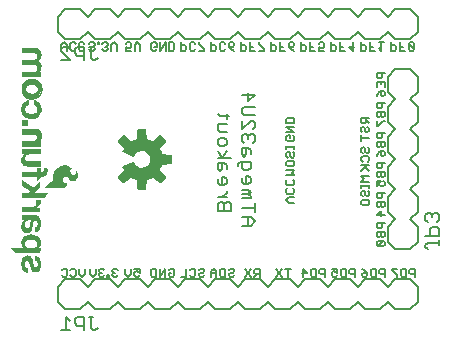
<source format=gbr>
G04 EAGLE Gerber RS-274X export*
G75*
%MOMM*%
%FSLAX34Y34*%
%LPD*%
%INSilkscreen Bottom*%
%IPPOS*%
%AMOC8*
5,1,8,0,0,1.08239X$1,22.5*%
G01*
%ADD10C,0.127000*%
%ADD11C,0.203200*%
%ADD12C,0.025400*%
%ADD13R,0.485100X0.495300*%

G36*
X163175Y101455D02*
X163175Y101455D01*
X163282Y101468D01*
X163294Y101474D01*
X163308Y101476D01*
X163404Y101528D01*
X163501Y101575D01*
X163511Y101585D01*
X163523Y101591D01*
X163597Y101671D01*
X163674Y101747D01*
X163680Y101759D01*
X163690Y101770D01*
X163735Y101868D01*
X163783Y101966D01*
X163787Y101983D01*
X163791Y101992D01*
X163793Y102013D01*
X163812Y102110D01*
X164582Y109689D01*
X166826Y110407D01*
X166844Y110416D01*
X166940Y110455D01*
X169035Y111533D01*
X174939Y106719D01*
X175033Y106665D01*
X175125Y106608D01*
X175138Y106605D01*
X175150Y106598D01*
X175257Y106577D01*
X175362Y106552D01*
X175376Y106554D01*
X175390Y106551D01*
X175497Y106566D01*
X175605Y106576D01*
X175618Y106582D01*
X175632Y106584D01*
X175729Y106632D01*
X175828Y106677D01*
X175841Y106688D01*
X175850Y106692D01*
X175865Y106707D01*
X175942Y106770D01*
X180250Y111078D01*
X180313Y111166D01*
X180379Y111252D01*
X180384Y111265D01*
X180392Y111277D01*
X180423Y111380D01*
X180459Y111483D01*
X180459Y111497D01*
X180463Y111510D01*
X180459Y111618D01*
X180460Y111727D01*
X180455Y111740D01*
X180455Y111754D01*
X180417Y111855D01*
X180382Y111958D01*
X180373Y111973D01*
X180369Y111982D01*
X180355Y111999D01*
X180301Y112082D01*
X175487Y117985D01*
X176565Y120080D01*
X176572Y120099D01*
X176613Y120194D01*
X177331Y122438D01*
X184910Y123208D01*
X185014Y123236D01*
X185120Y123261D01*
X185132Y123268D01*
X185145Y123271D01*
X185235Y123332D01*
X185328Y123389D01*
X185336Y123400D01*
X185348Y123408D01*
X185414Y123494D01*
X185483Y123578D01*
X185487Y123591D01*
X185496Y123602D01*
X185530Y123705D01*
X185569Y123806D01*
X185570Y123824D01*
X185574Y123833D01*
X185573Y123854D01*
X185583Y123953D01*
X185583Y130047D01*
X185566Y130155D01*
X185552Y130262D01*
X185546Y130274D01*
X185544Y130288D01*
X185492Y130384D01*
X185445Y130481D01*
X185435Y130491D01*
X185429Y130503D01*
X185349Y130577D01*
X185273Y130654D01*
X185261Y130660D01*
X185251Y130670D01*
X185152Y130715D01*
X185054Y130763D01*
X185037Y130767D01*
X185028Y130771D01*
X185007Y130773D01*
X184910Y130792D01*
X177331Y131562D01*
X176613Y133806D01*
X176604Y133824D01*
X176565Y133920D01*
X175487Y136015D01*
X180301Y141919D01*
X180355Y142013D01*
X180412Y142105D01*
X180415Y142118D01*
X180422Y142130D01*
X180443Y142237D01*
X180468Y142342D01*
X180466Y142356D01*
X180469Y142370D01*
X180454Y142477D01*
X180444Y142585D01*
X180438Y142598D01*
X180436Y142612D01*
X180388Y142709D01*
X180343Y142808D01*
X180332Y142821D01*
X180328Y142830D01*
X180313Y142845D01*
X180250Y142922D01*
X175942Y147230D01*
X175854Y147293D01*
X175768Y147359D01*
X175755Y147364D01*
X175743Y147372D01*
X175640Y147403D01*
X175537Y147439D01*
X175523Y147439D01*
X175510Y147443D01*
X175402Y147439D01*
X175293Y147440D01*
X175280Y147435D01*
X175266Y147435D01*
X175165Y147397D01*
X175062Y147362D01*
X175047Y147353D01*
X175038Y147349D01*
X175021Y147335D01*
X174939Y147281D01*
X169035Y142467D01*
X166940Y143545D01*
X166921Y143552D01*
X166826Y143593D01*
X164582Y144311D01*
X163812Y151890D01*
X163784Y151994D01*
X163759Y152100D01*
X163752Y152112D01*
X163749Y152125D01*
X163688Y152215D01*
X163631Y152308D01*
X163620Y152316D01*
X163612Y152328D01*
X163526Y152394D01*
X163442Y152463D01*
X163429Y152467D01*
X163418Y152476D01*
X163315Y152510D01*
X163214Y152549D01*
X163196Y152550D01*
X163187Y152554D01*
X163166Y152553D01*
X163067Y152563D01*
X156973Y152563D01*
X156865Y152546D01*
X156758Y152532D01*
X156746Y152526D01*
X156732Y152524D01*
X156636Y152472D01*
X156539Y152425D01*
X156529Y152415D01*
X156517Y152409D01*
X156443Y152329D01*
X156366Y152253D01*
X156360Y152241D01*
X156350Y152231D01*
X156305Y152132D01*
X156257Y152034D01*
X156253Y152017D01*
X156249Y152008D01*
X156247Y151987D01*
X156228Y151890D01*
X155458Y144311D01*
X153214Y143593D01*
X153196Y143584D01*
X153100Y143545D01*
X151005Y142467D01*
X145102Y147281D01*
X145007Y147335D01*
X144915Y147392D01*
X144902Y147395D01*
X144890Y147402D01*
X144783Y147423D01*
X144678Y147448D01*
X144664Y147446D01*
X144650Y147449D01*
X144543Y147434D01*
X144435Y147424D01*
X144422Y147418D01*
X144409Y147416D01*
X144311Y147368D01*
X144212Y147323D01*
X144199Y147312D01*
X144190Y147308D01*
X144175Y147293D01*
X144098Y147230D01*
X139790Y142922D01*
X139727Y142834D01*
X139661Y142748D01*
X139656Y142735D01*
X139648Y142723D01*
X139617Y142620D01*
X139581Y142517D01*
X139581Y142503D01*
X139577Y142490D01*
X139581Y142382D01*
X139580Y142273D01*
X139585Y142260D01*
X139585Y142246D01*
X139623Y142145D01*
X139658Y142042D01*
X139667Y142027D01*
X139671Y142018D01*
X139685Y142001D01*
X139739Y141919D01*
X144553Y136015D01*
X143474Y133921D01*
X143457Y133868D01*
X143431Y133819D01*
X143420Y133753D01*
X143399Y133689D01*
X143400Y133633D01*
X143391Y133579D01*
X143402Y133512D01*
X143403Y133445D01*
X143421Y133393D01*
X143430Y133338D01*
X143462Y133279D01*
X143484Y133215D01*
X143519Y133172D01*
X143545Y133122D01*
X143594Y133077D01*
X143636Y133024D01*
X143683Y132994D01*
X143723Y132956D01*
X143828Y132899D01*
X143841Y132891D01*
X143846Y132890D01*
X143853Y132886D01*
X152515Y129298D01*
X152620Y129273D01*
X152725Y129245D01*
X152739Y129246D01*
X152753Y129242D01*
X152860Y129253D01*
X152968Y129259D01*
X152981Y129265D01*
X152996Y129266D01*
X153094Y129311D01*
X153194Y129352D01*
X153205Y129361D01*
X153218Y129367D01*
X153297Y129440D01*
X153378Y129511D01*
X153389Y129527D01*
X153396Y129534D01*
X153407Y129553D01*
X153461Y129634D01*
X154187Y130977D01*
X155122Y132084D01*
X156264Y132978D01*
X157565Y133619D01*
X158968Y133981D01*
X160416Y134048D01*
X161847Y133819D01*
X163202Y133302D01*
X164422Y132519D01*
X165456Y131504D01*
X166262Y130298D01*
X166804Y128954D01*
X167060Y127527D01*
X167019Y126078D01*
X166683Y124668D01*
X166067Y123356D01*
X165195Y122198D01*
X164105Y121242D01*
X162843Y120529D01*
X161462Y120089D01*
X160018Y119940D01*
X158643Y120076D01*
X157318Y120477D01*
X156098Y121130D01*
X155028Y122008D01*
X154150Y123077D01*
X153463Y124363D01*
X153396Y124450D01*
X153332Y124539D01*
X153322Y124547D01*
X153314Y124557D01*
X153223Y124618D01*
X153134Y124682D01*
X153122Y124685D01*
X153111Y124692D01*
X153005Y124721D01*
X152901Y124753D01*
X152888Y124752D01*
X152876Y124756D01*
X152766Y124748D01*
X152657Y124745D01*
X152641Y124740D01*
X152632Y124740D01*
X152613Y124732D01*
X152515Y124702D01*
X143853Y121114D01*
X143806Y121085D01*
X143754Y121064D01*
X143703Y121021D01*
X143646Y120985D01*
X143611Y120942D01*
X143568Y120906D01*
X143534Y120849D01*
X143491Y120797D01*
X143472Y120745D01*
X143443Y120697D01*
X143429Y120631D01*
X143405Y120568D01*
X143403Y120513D01*
X143392Y120458D01*
X143399Y120392D01*
X143397Y120325D01*
X143413Y120271D01*
X143420Y120216D01*
X143464Y120105D01*
X143468Y120091D01*
X143471Y120087D01*
X143474Y120079D01*
X144553Y117985D01*
X139739Y112082D01*
X139685Y111987D01*
X139628Y111895D01*
X139625Y111882D01*
X139618Y111870D01*
X139597Y111763D01*
X139572Y111658D01*
X139574Y111644D01*
X139571Y111630D01*
X139586Y111523D01*
X139596Y111415D01*
X139602Y111402D01*
X139604Y111389D01*
X139652Y111291D01*
X139697Y111192D01*
X139708Y111179D01*
X139712Y111170D01*
X139727Y111155D01*
X139790Y111078D01*
X144098Y106770D01*
X144186Y106707D01*
X144272Y106641D01*
X144285Y106636D01*
X144297Y106628D01*
X144400Y106597D01*
X144503Y106561D01*
X144517Y106561D01*
X144530Y106557D01*
X144638Y106561D01*
X144747Y106560D01*
X144760Y106565D01*
X144774Y106565D01*
X144875Y106603D01*
X144978Y106638D01*
X144993Y106647D01*
X145002Y106651D01*
X145019Y106665D01*
X145102Y106719D01*
X151005Y111533D01*
X153100Y110455D01*
X153119Y110448D01*
X153214Y110407D01*
X155458Y109689D01*
X156228Y102110D01*
X156256Y102006D01*
X156281Y101900D01*
X156288Y101888D01*
X156291Y101875D01*
X156352Y101785D01*
X156409Y101692D01*
X156420Y101684D01*
X156428Y101672D01*
X156514Y101606D01*
X156598Y101538D01*
X156611Y101533D01*
X156622Y101524D01*
X156725Y101490D01*
X156826Y101451D01*
X156844Y101450D01*
X156853Y101446D01*
X156874Y101447D01*
X156973Y101437D01*
X163067Y101437D01*
X163175Y101455D01*
G37*
G36*
X92918Y102975D02*
X92918Y102975D01*
X92924Y102973D01*
X93755Y103043D01*
X93766Y103049D01*
X93781Y103048D01*
X94580Y103288D01*
X94590Y103296D01*
X94604Y103298D01*
X95336Y103699D01*
X95344Y103709D01*
X95357Y103714D01*
X95907Y104184D01*
X95912Y104195D01*
X95924Y104202D01*
X96369Y104772D01*
X96372Y104784D01*
X96382Y104794D01*
X96703Y105442D01*
X96704Y105454D01*
X96712Y105466D01*
X96896Y106165D01*
X96895Y106176D01*
X96900Y106187D01*
X96973Y107127D01*
X96971Y107136D01*
X96974Y107143D01*
X96973Y107145D01*
X96973Y107147D01*
X96900Y108087D01*
X96898Y108091D01*
X96899Y108097D01*
X96823Y108580D01*
X96798Y108619D01*
X96777Y108659D01*
X96773Y108660D01*
X96771Y108663D01*
X96726Y108673D01*
X96682Y108685D01*
X96678Y108683D01*
X96674Y108684D01*
X96636Y108659D01*
X96597Y108636D01*
X96596Y108631D01*
X96593Y108629D01*
X96584Y108588D01*
X96572Y108548D01*
X96588Y108390D01*
X96560Y108252D01*
X96489Y108119D01*
X95890Y107295D01*
X95824Y107227D01*
X95776Y107177D01*
X95638Y107105D01*
X95223Y107012D01*
X94795Y107012D01*
X94379Y107105D01*
X93975Y107311D01*
X93647Y107624D01*
X93282Y108230D01*
X93075Y108908D01*
X93040Y109619D01*
X93137Y110229D01*
X93335Y110815D01*
X93628Y111358D01*
X93993Y111783D01*
X94453Y112098D01*
X94978Y112284D01*
X95534Y112327D01*
X96082Y112225D01*
X96585Y111985D01*
X97020Y111615D01*
X98561Y110162D01*
X98571Y110159D01*
X98577Y110150D01*
X100335Y108963D01*
X100348Y108961D01*
X100358Y108951D01*
X101046Y108671D01*
X101061Y108672D01*
X101076Y108663D01*
X101811Y108564D01*
X101826Y108568D01*
X101843Y108563D01*
X102580Y108650D01*
X102593Y108658D01*
X102611Y108658D01*
X103303Y108925D01*
X103314Y108936D01*
X103331Y108940D01*
X103934Y109371D01*
X103941Y109382D01*
X103953Y109387D01*
X104131Y109576D01*
X104132Y109576D01*
X104370Y109829D01*
X104371Y109829D01*
X104609Y110081D01*
X104611Y110083D01*
X104614Y110091D01*
X104622Y110096D01*
X105182Y110873D01*
X105185Y110883D01*
X105193Y110891D01*
X105581Y111671D01*
X105582Y111683D01*
X105590Y111694D01*
X105821Y112534D01*
X105820Y112546D01*
X105826Y112558D01*
X105892Y113426D01*
X105888Y113437D01*
X105892Y113448D01*
X105806Y114348D01*
X105802Y114357D01*
X105803Y114367D01*
X105583Y115245D01*
X105577Y115253D01*
X105576Y115265D01*
X105475Y115493D01*
X105323Y115849D01*
X105323Y115850D01*
X105102Y116354D01*
X105091Y116364D01*
X105086Y116381D01*
X104748Y116816D01*
X104741Y116819D01*
X104737Y116827D01*
X104712Y116852D01*
X104712Y116853D01*
X104711Y116855D01*
X104619Y116890D01*
X104530Y116849D01*
X104497Y116764D01*
X104497Y116161D01*
X104440Y115650D01*
X104301Y115160D01*
X104046Y114679D01*
X104042Y114676D01*
X103676Y114284D01*
X103216Y113998D01*
X102697Y113841D01*
X102394Y113829D01*
X102094Y113888D01*
X101600Y114094D01*
X101142Y114377D01*
X100732Y114728D01*
X100378Y115140D01*
X99727Y116042D01*
X99478Y116530D01*
X99380Y117060D01*
X99438Y117598D01*
X99503Y117772D01*
X99752Y118133D01*
X100091Y118407D01*
X100194Y118451D01*
X100314Y118467D01*
X101194Y118467D01*
X101235Y118484D01*
X101277Y118498D01*
X101280Y118503D01*
X101285Y118505D01*
X101301Y118546D01*
X101320Y118586D01*
X101318Y118592D01*
X101320Y118597D01*
X101308Y118624D01*
X101292Y118673D01*
X100371Y119799D01*
X100359Y119805D01*
X100352Y119817D01*
X99215Y120724D01*
X99204Y120727D01*
X99196Y120736D01*
X98262Y121238D01*
X98252Y121239D01*
X98244Y121245D01*
X97247Y121603D01*
X97237Y121603D01*
X97228Y121608D01*
X96189Y121815D01*
X96178Y121813D01*
X96168Y121817D01*
X94240Y121878D01*
X94229Y121873D01*
X94217Y121876D01*
X92310Y121588D01*
X92300Y121582D01*
X92288Y121582D01*
X90464Y120954D01*
X90455Y120947D01*
X90443Y120945D01*
X88762Y119998D01*
X88756Y119990D01*
X88745Y119987D01*
X87638Y119102D01*
X87635Y119097D01*
X87630Y119094D01*
X87629Y119092D01*
X87625Y119090D01*
X87272Y118716D01*
X86796Y118211D01*
X86653Y118059D01*
X86650Y118051D01*
X86642Y118045D01*
X85825Y116888D01*
X85823Y116878D01*
X85815Y116870D01*
X85215Y115640D01*
X85214Y115629D01*
X85206Y115619D01*
X84838Y114300D01*
X84840Y114289D01*
X84834Y114278D01*
X84710Y112914D01*
X84712Y112909D01*
X84710Y112903D01*
X84710Y110628D01*
X84645Y110260D01*
X84518Y109909D01*
X83929Y108919D01*
X83147Y108065D01*
X77665Y103193D01*
X77663Y103189D01*
X77658Y103187D01*
X77642Y103145D01*
X77623Y103104D01*
X77625Y103100D01*
X77623Y103095D01*
X77642Y103054D01*
X77657Y103012D01*
X77662Y103010D01*
X77664Y103006D01*
X77737Y102977D01*
X77748Y102973D01*
X77749Y102973D01*
X92913Y102973D01*
X92918Y102975D01*
G37*
G36*
X73418Y47438D02*
X73418Y47438D01*
X73457Y47448D01*
X73463Y47457D01*
X73472Y47461D01*
X73483Y47489D01*
X73505Y47526D01*
X74241Y51412D01*
X74238Y51426D01*
X74243Y51441D01*
X74228Y51473D01*
X74220Y51508D01*
X74207Y51516D01*
X74201Y51530D01*
X74162Y51544D01*
X74137Y51560D01*
X74126Y51557D01*
X74115Y51561D01*
X72198Y51537D01*
X72347Y51671D01*
X72348Y51672D01*
X72349Y51672D01*
X73314Y52561D01*
X73316Y52567D01*
X73323Y52571D01*
X73624Y52914D01*
X73628Y52925D01*
X73638Y52933D01*
X73871Y53327D01*
X73872Y53336D01*
X73879Y53344D01*
X74412Y54665D01*
X74412Y54676D01*
X74419Y54686D01*
X74521Y55168D01*
X74518Y55180D01*
X74523Y55192D01*
X74548Y57173D01*
X74544Y57184D01*
X74546Y57196D01*
X74363Y58281D01*
X74356Y58291D01*
X74356Y58306D01*
X73956Y59330D01*
X73948Y59337D01*
X73946Y59349D01*
X73405Y60251D01*
X73399Y60256D01*
X73396Y60265D01*
X72743Y61089D01*
X72733Y61095D01*
X72728Y61105D01*
X71838Y61897D01*
X71825Y61901D01*
X71816Y61913D01*
X70775Y62492D01*
X70763Y62494D01*
X70752Y62502D01*
X68639Y63176D01*
X68628Y63175D01*
X68617Y63181D01*
X66417Y63464D01*
X66406Y63461D01*
X66394Y63465D01*
X64179Y63347D01*
X64169Y63342D01*
X64157Y63344D01*
X62781Y63021D01*
X62772Y63015D01*
X62760Y63014D01*
X61460Y62458D01*
X61452Y62450D01*
X61441Y62448D01*
X60256Y61676D01*
X60250Y61667D01*
X60239Y61662D01*
X59532Y61005D01*
X59528Y60995D01*
X59518Y60989D01*
X58933Y60221D01*
X58931Y60210D01*
X58922Y60203D01*
X58476Y59347D01*
X58475Y59336D01*
X58467Y59327D01*
X58173Y58408D01*
X58174Y58398D01*
X58168Y58388D01*
X57979Y57176D01*
X57981Y57167D01*
X57978Y57158D01*
X57961Y55931D01*
X57964Y55923D01*
X57962Y55913D01*
X58117Y54696D01*
X58122Y54686D01*
X58122Y54674D01*
X58386Y53830D01*
X58394Y53820D01*
X58397Y53805D01*
X58834Y53036D01*
X58844Y53028D01*
X58849Y53014D01*
X59439Y52354D01*
X59451Y52348D01*
X59459Y52336D01*
X60175Y51816D01*
X60177Y51815D01*
X49073Y51815D01*
X49029Y51797D01*
X48986Y51780D01*
X48985Y51778D01*
X48982Y51777D01*
X48965Y51733D01*
X48947Y51689D01*
X48948Y51687D01*
X48947Y51685D01*
X48956Y51664D01*
X48979Y51604D01*
X52713Y47464D01*
X52719Y47462D01*
X52722Y47456D01*
X52782Y47432D01*
X52803Y47423D01*
X52805Y47424D01*
X52807Y47423D01*
X73381Y47423D01*
X73418Y47438D01*
G37*
G36*
X74500Y196573D02*
X74500Y196573D01*
X74502Y196572D01*
X74545Y196592D01*
X74589Y196610D01*
X74589Y196612D01*
X74591Y196613D01*
X74624Y196698D01*
X74624Y200685D01*
X74623Y200687D01*
X74624Y200689D01*
X74604Y200732D01*
X74586Y200776D01*
X74584Y200776D01*
X74583Y200778D01*
X74498Y200811D01*
X72445Y200811D01*
X72452Y200842D01*
X72848Y201144D01*
X72851Y201150D01*
X72859Y201153D01*
X73646Y201915D01*
X73649Y201923D01*
X73656Y201927D01*
X74268Y202689D01*
X74272Y202703D01*
X74285Y202715D01*
X74689Y203605D01*
X74689Y203617D01*
X74697Y203628D01*
X74951Y204720D01*
X74950Y204729D01*
X74954Y204737D01*
X75081Y206109D01*
X75078Y206119D01*
X75081Y206130D01*
X75012Y207087D01*
X75006Y207098D01*
X75007Y207112D01*
X74747Y208035D01*
X74739Y208045D01*
X74737Y208058D01*
X74334Y208848D01*
X74325Y208856D01*
X74321Y208869D01*
X73775Y209567D01*
X73764Y209573D01*
X73758Y209585D01*
X73089Y210167D01*
X73077Y210170D01*
X73075Y210173D01*
X73075Y210174D01*
X73074Y210174D01*
X73069Y210181D01*
X72411Y210561D01*
X72453Y210603D01*
X72934Y211058D01*
X72935Y211061D01*
X72938Y211062D01*
X73697Y211850D01*
X73700Y211859D01*
X73709Y211864D01*
X74347Y212753D01*
X74349Y212764D01*
X74357Y212772D01*
X74751Y213577D01*
X74751Y213589D01*
X74759Y213600D01*
X74991Y214465D01*
X74989Y214477D01*
X74995Y214489D01*
X75056Y215383D01*
X75055Y215386D01*
X75056Y215387D01*
X75053Y215393D01*
X75056Y215403D01*
X74949Y216682D01*
X74945Y216689D01*
X74947Y216696D01*
X74698Y217956D01*
X74692Y217965D01*
X74692Y217977D01*
X74366Y218843D01*
X74356Y218853D01*
X74353Y218868D01*
X73846Y219642D01*
X73834Y219649D01*
X73828Y219663D01*
X73164Y220309D01*
X73152Y220313D01*
X73143Y220325D01*
X72204Y220913D01*
X72191Y220915D01*
X72181Y220925D01*
X71142Y221311D01*
X71129Y221310D01*
X71117Y221317D01*
X70021Y221486D01*
X70012Y221483D01*
X70002Y221487D01*
X58420Y221487D01*
X58418Y221486D01*
X58416Y221487D01*
X58373Y221467D01*
X58329Y221449D01*
X58329Y221447D01*
X58327Y221446D01*
X58294Y221361D01*
X58294Y217119D01*
X58295Y217117D01*
X58294Y217115D01*
X58314Y217072D01*
X58332Y217028D01*
X58334Y217028D01*
X58335Y217026D01*
X58420Y216993D01*
X68699Y216993D01*
X69579Y216886D01*
X70401Y216574D01*
X70785Y216313D01*
X71098Y215970D01*
X71324Y215564D01*
X71452Y215116D01*
X71520Y214212D01*
X71428Y213309D01*
X71302Y212900D01*
X71092Y212527D01*
X70806Y212209D01*
X70278Y211824D01*
X69683Y211551D01*
X69044Y211402D01*
X67941Y211327D01*
X58420Y211327D01*
X58418Y211326D01*
X58416Y211327D01*
X58373Y211307D01*
X58329Y211289D01*
X58329Y211287D01*
X58327Y211286D01*
X58294Y211201D01*
X58294Y206883D01*
X58295Y206881D01*
X58294Y206879D01*
X58314Y206836D01*
X58332Y206792D01*
X58334Y206792D01*
X58335Y206790D01*
X58420Y206757D01*
X68979Y206757D01*
X69642Y206677D01*
X70261Y206446D01*
X70808Y206076D01*
X71126Y205729D01*
X71359Y205321D01*
X71495Y204870D01*
X71527Y204393D01*
X71477Y203545D01*
X71395Y203105D01*
X71217Y202701D01*
X70951Y202347D01*
X70007Y201527D01*
X69469Y201244D01*
X68878Y201112D01*
X68256Y201142D01*
X68253Y201141D01*
X68250Y201142D01*
X58445Y201142D01*
X58443Y201141D01*
X58441Y201142D01*
X58398Y201122D01*
X58354Y201104D01*
X58354Y201102D01*
X58352Y201101D01*
X58319Y201016D01*
X58319Y196698D01*
X58320Y196696D01*
X58319Y196694D01*
X58339Y196651D01*
X58357Y196607D01*
X58359Y196607D01*
X58360Y196605D01*
X58445Y196572D01*
X74498Y196572D01*
X74500Y196573D01*
G37*
G36*
X63348Y64796D02*
X63348Y64796D01*
X63360Y64801D01*
X63375Y64799D01*
X64316Y65005D01*
X64328Y65014D01*
X64345Y65015D01*
X65207Y65444D01*
X65216Y65454D01*
X65231Y65459D01*
X65840Y65957D01*
X65844Y65965D01*
X65852Y65968D01*
X65853Y65972D01*
X65858Y65975D01*
X66356Y66585D01*
X66359Y66597D01*
X66370Y66606D01*
X66736Y67302D01*
X66737Y67313D01*
X66744Y67322D01*
X67228Y68807D01*
X67227Y68815D01*
X67232Y68824D01*
X67510Y70361D01*
X67509Y70365D01*
X67512Y70370D01*
X67740Y72576D01*
X67966Y73882D01*
X68131Y74351D01*
X68377Y74779D01*
X68638Y75063D01*
X68725Y75123D01*
X68822Y75165D01*
X69343Y75276D01*
X69874Y75276D01*
X70395Y75165D01*
X70709Y75026D01*
X70988Y74827D01*
X71222Y74574D01*
X71415Y74260D01*
X71543Y73914D01*
X71604Y73545D01*
X71654Y72190D01*
X71600Y71603D01*
X71435Y71042D01*
X71180Y70578D01*
X70824Y70188D01*
X70386Y69893D01*
X69891Y69709D01*
X69360Y69646D01*
X69317Y69646D01*
X69315Y69645D01*
X69313Y69646D01*
X69270Y69626D01*
X69226Y69608D01*
X69226Y69606D01*
X69224Y69605D01*
X69191Y69520D01*
X69191Y65379D01*
X69189Y65378D01*
X69179Y65336D01*
X69165Y65294D01*
X69168Y65288D01*
X69167Y65282D01*
X69183Y65257D01*
X69204Y65212D01*
X69229Y65187D01*
X69230Y65187D01*
X69272Y65171D01*
X69321Y65152D01*
X69322Y65152D01*
X69364Y65172D01*
X69407Y65191D01*
X70298Y65313D01*
X70309Y65319D01*
X70324Y65319D01*
X71265Y65653D01*
X71275Y65662D01*
X71289Y65665D01*
X72142Y66184D01*
X72150Y66195D01*
X72163Y66200D01*
X72893Y66883D01*
X72898Y66895D01*
X72910Y66903D01*
X73484Y67720D01*
X73487Y67732D01*
X73496Y67741D01*
X74025Y68899D01*
X74025Y68909D01*
X74032Y68918D01*
X74366Y70147D01*
X74365Y70156D01*
X74369Y70165D01*
X74583Y71905D01*
X74580Y71913D01*
X74583Y71921D01*
X74575Y73675D01*
X74572Y73682D01*
X74574Y73691D01*
X74344Y75430D01*
X74339Y75438D01*
X74340Y75449D01*
X73915Y76863D01*
X73907Y76872D01*
X73906Y76886D01*
X73212Y78189D01*
X73202Y78198D01*
X73197Y78212D01*
X72714Y78774D01*
X72700Y78781D01*
X72691Y78795D01*
X72086Y79222D01*
X72071Y79225D01*
X72059Y79237D01*
X71368Y79504D01*
X71353Y79503D01*
X71338Y79511D01*
X70603Y79602D01*
X70595Y79600D01*
X70587Y79603D01*
X65761Y79603D01*
X65759Y79602D01*
X65757Y79603D01*
X65742Y79596D01*
X65658Y79628D01*
X61320Y79603D01*
X59983Y79705D01*
X58688Y80054D01*
X58489Y80128D01*
X58464Y80127D01*
X58441Y80136D01*
X58417Y80125D01*
X58391Y80124D01*
X58374Y80105D01*
X58352Y80095D01*
X58341Y80068D01*
X58325Y80050D01*
X58327Y80031D01*
X58319Y80010D01*
X58319Y75976D01*
X58316Y75940D01*
X58325Y75912D01*
X58329Y75872D01*
X58348Y75835D01*
X58365Y75821D01*
X58370Y75810D01*
X58377Y75807D01*
X58394Y75784D01*
X58430Y75763D01*
X58447Y75760D01*
X58463Y75748D01*
X58743Y75672D01*
X58746Y75673D01*
X58749Y75671D01*
X59778Y75444D01*
X59801Y75435D01*
X59807Y75428D01*
X59809Y75420D01*
X59808Y75411D01*
X59792Y75387D01*
X59089Y74560D01*
X59085Y74549D01*
X59075Y74540D01*
X58535Y73589D01*
X58534Y73578D01*
X58526Y73568D01*
X58173Y72533D01*
X58174Y72521D01*
X58168Y72511D01*
X57927Y70893D01*
X57930Y70883D01*
X57926Y70872D01*
X57964Y69237D01*
X57969Y69226D01*
X57967Y69212D01*
X58275Y67840D01*
X58283Y67829D01*
X58284Y67814D01*
X58890Y66545D01*
X58900Y66536D01*
X58904Y66522D01*
X59246Y66074D01*
X59256Y66068D01*
X59262Y66056D01*
X59682Y65679D01*
X59693Y65675D01*
X59701Y65665D01*
X60184Y65373D01*
X60195Y65371D01*
X60205Y65363D01*
X61198Y64990D01*
X61209Y64990D01*
X61220Y64984D01*
X62264Y64795D01*
X62275Y64798D01*
X62287Y64793D01*
X63348Y64796D01*
G37*
G36*
X77718Y93938D02*
X77718Y93938D01*
X77738Y93936D01*
X77765Y93958D01*
X77790Y93968D01*
X77795Y93983D01*
X77809Y93993D01*
X80171Y98133D01*
X80175Y98168D01*
X80187Y98200D01*
X80180Y98215D01*
X80182Y98231D01*
X80160Y98258D01*
X80146Y98289D01*
X80130Y98296D01*
X80120Y98308D01*
X80093Y98310D01*
X80061Y98322D01*
X68631Y98322D01*
X74105Y103797D01*
X74107Y103800D01*
X74109Y103801D01*
X74142Y103886D01*
X74142Y108560D01*
X74142Y108562D01*
X74142Y108563D01*
X74122Y108607D01*
X74104Y108651D01*
X74102Y108651D01*
X74101Y108653D01*
X74057Y108669D01*
X74012Y108686D01*
X74010Y108685D01*
X74009Y108686D01*
X73926Y108648D01*
X68360Y102957D01*
X58465Y109554D01*
X58427Y109561D01*
X58390Y109575D01*
X58380Y109570D01*
X58368Y109572D01*
X58337Y109550D01*
X58301Y109533D01*
X58297Y109522D01*
X58288Y109516D01*
X58283Y109486D01*
X58269Y109448D01*
X58294Y104368D01*
X58301Y104351D01*
X58299Y104333D01*
X58321Y104304D01*
X58333Y104278D01*
X58345Y104273D01*
X58355Y104261D01*
X65333Y100028D01*
X65259Y99951D01*
X65137Y99825D01*
X65136Y99825D01*
X64768Y99446D01*
X64646Y99320D01*
X64523Y99194D01*
X64155Y98815D01*
X64032Y98689D01*
X63910Y98563D01*
X63726Y98373D01*
X58318Y98373D01*
X58316Y98372D01*
X58314Y98373D01*
X58271Y98353D01*
X58227Y98335D01*
X58227Y98333D01*
X58225Y98332D01*
X58192Y98247D01*
X58192Y94107D01*
X58193Y94104D01*
X58192Y94101D01*
X58229Y94018D01*
X58280Y93967D01*
X58283Y93966D01*
X58284Y93963D01*
X58369Y93930D01*
X77699Y93930D01*
X77718Y93938D01*
G37*
G36*
X74094Y120830D02*
X74094Y120830D01*
X74096Y120829D01*
X74139Y120849D01*
X74183Y120867D01*
X74183Y120869D01*
X74185Y120870D01*
X74218Y120955D01*
X74218Y125095D01*
X74217Y125097D01*
X74218Y125099D01*
X74198Y125142D01*
X74180Y125186D01*
X74178Y125186D01*
X74177Y125188D01*
X74092Y125221D01*
X64095Y125221D01*
X63265Y125370D01*
X62497Y125713D01*
X62135Y125985D01*
X61834Y126326D01*
X61609Y126721D01*
X61386Y127410D01*
X61306Y128129D01*
X61373Y128850D01*
X61585Y129541D01*
X61873Y130051D01*
X62270Y130482D01*
X62755Y130809D01*
X63305Y131018D01*
X64509Y131243D01*
X65739Y131319D01*
X74041Y131319D01*
X74043Y131320D01*
X74045Y131319D01*
X74088Y131339D01*
X74132Y131357D01*
X74132Y131359D01*
X74134Y131360D01*
X74167Y131445D01*
X74167Y135661D01*
X74166Y135663D01*
X74167Y135665D01*
X74147Y135708D01*
X74129Y135752D01*
X74127Y135752D01*
X74126Y135754D01*
X74041Y135787D01*
X58420Y135787D01*
X58418Y135786D01*
X58416Y135787D01*
X58373Y135767D01*
X58329Y135749D01*
X58329Y135747D01*
X58327Y135746D01*
X58294Y135661D01*
X58294Y131648D01*
X58295Y131646D01*
X58294Y131644D01*
X58314Y131601D01*
X58332Y131557D01*
X58334Y131557D01*
X58335Y131555D01*
X58420Y131522D01*
X60477Y131522D01*
X59836Y131015D01*
X59832Y131007D01*
X59823Y131003D01*
X59716Y130890D01*
X59596Y130764D01*
X59357Y130512D01*
X59237Y130385D01*
X59117Y130259D01*
X59038Y130176D01*
X59035Y130167D01*
X59027Y130162D01*
X58368Y129232D01*
X58366Y129223D01*
X58358Y129215D01*
X58236Y128970D01*
X58235Y128959D01*
X58228Y128950D01*
X58147Y128688D01*
X58148Y128679D01*
X58143Y128670D01*
X57920Y127192D01*
X57922Y127184D01*
X57918Y127176D01*
X57888Y125682D01*
X57892Y125672D01*
X57889Y125661D01*
X58036Y124628D01*
X58042Y124618D01*
X58042Y124604D01*
X58385Y123618D01*
X58393Y123609D01*
X58395Y123596D01*
X58921Y122694D01*
X58931Y122687D01*
X58936Y122674D01*
X59164Y122420D01*
X59175Y122414D01*
X59183Y122403D01*
X60068Y121743D01*
X60079Y121740D01*
X60088Y121730D01*
X61078Y121242D01*
X61090Y121242D01*
X61100Y121234D01*
X62163Y120934D01*
X62174Y120936D01*
X62186Y120930D01*
X63285Y120829D01*
X63291Y120831D01*
X63297Y120829D01*
X74092Y120829D01*
X74094Y120830D01*
G37*
G36*
X74068Y138026D02*
X74068Y138026D01*
X74070Y138025D01*
X74113Y138045D01*
X74157Y138063D01*
X74157Y138065D01*
X74159Y138066D01*
X74192Y138151D01*
X74192Y142189D01*
X74191Y142191D01*
X74192Y142193D01*
X74172Y142236D01*
X74154Y142280D01*
X74152Y142280D01*
X74151Y142282D01*
X74066Y142315D01*
X71998Y142315D01*
X72027Y142357D01*
X72163Y142471D01*
X72541Y142748D01*
X72543Y142752D01*
X72548Y142754D01*
X73021Y143156D01*
X73025Y143163D01*
X73033Y143167D01*
X73449Y143628D01*
X73452Y143639D01*
X73462Y143646D01*
X74029Y144544D01*
X74032Y144557D01*
X74041Y144568D01*
X74410Y145565D01*
X74410Y145577D01*
X74417Y145590D01*
X74572Y146642D01*
X74569Y146652D01*
X74573Y146663D01*
X74552Y147498D01*
X74543Y147876D01*
X74534Y148255D01*
X74523Y148669D01*
X74519Y148680D01*
X74521Y148692D01*
X74315Y149669D01*
X74307Y149681D01*
X74306Y149697D01*
X73884Y150602D01*
X73873Y150611D01*
X73869Y150626D01*
X73251Y151411D01*
X73240Y151417D01*
X73234Y151429D01*
X72659Y151918D01*
X72648Y151921D01*
X72641Y151931D01*
X71992Y152315D01*
X71981Y152317D01*
X71972Y152325D01*
X71267Y152594D01*
X71258Y152594D01*
X71249Y152599D01*
X70142Y152839D01*
X70133Y152837D01*
X70125Y152842D01*
X68996Y152932D01*
X68991Y152930D01*
X68986Y152932D01*
X58445Y152932D01*
X58443Y152931D01*
X58441Y152932D01*
X58398Y152912D01*
X58354Y152894D01*
X58354Y152892D01*
X58352Y152891D01*
X58319Y152806D01*
X58319Y148717D01*
X58320Y148715D01*
X58319Y148713D01*
X58339Y148670D01*
X58357Y148626D01*
X58359Y148626D01*
X58360Y148624D01*
X58445Y148591D01*
X68091Y148591D01*
X68809Y148526D01*
X69497Y148335D01*
X70139Y148025D01*
X70526Y147729D01*
X70835Y147355D01*
X71052Y146920D01*
X71129Y146620D01*
X71146Y146304D01*
X71096Y145199D01*
X71009Y144643D01*
X70805Y144127D01*
X70491Y143670D01*
X69922Y143153D01*
X69243Y142790D01*
X68493Y142574D01*
X67710Y142493D01*
X58344Y142493D01*
X58342Y142492D01*
X58340Y142493D01*
X58297Y142473D01*
X58253Y142455D01*
X58253Y142453D01*
X58251Y142452D01*
X58218Y142367D01*
X58218Y138151D01*
X58219Y138149D01*
X58218Y138147D01*
X58238Y138104D01*
X58256Y138060D01*
X58258Y138060D01*
X58259Y138058D01*
X58344Y138025D01*
X74066Y138025D01*
X74068Y138026D01*
G37*
G36*
X66829Y178265D02*
X66829Y178265D01*
X66855Y178261D01*
X70411Y179074D01*
X70432Y179089D01*
X70461Y179098D01*
X73179Y181232D01*
X73191Y181254D01*
X73214Y181275D01*
X74891Y184653D01*
X74892Y184673D01*
X74903Y184694D01*
X75080Y186167D01*
X75078Y186174D01*
X75081Y186182D01*
X75081Y186233D01*
X75073Y186253D01*
X75072Y186279D01*
X75022Y186406D01*
X75002Y186427D01*
X74990Y186453D01*
X74968Y186462D01*
X74954Y186477D01*
X74930Y186476D01*
X74905Y186486D01*
X71984Y186486D01*
X71944Y186469D01*
X71903Y186457D01*
X71899Y186450D01*
X71893Y186448D01*
X71882Y186420D01*
X71859Y186377D01*
X71709Y185282D01*
X71074Y184134D01*
X69990Y183346D01*
X69101Y182950D01*
X67627Y182676D01*
X65768Y182626D01*
X64520Y182801D01*
X63371Y183175D01*
X62344Y183713D01*
X61336Y185361D01*
X61114Y187109D01*
X61706Y188860D01*
X62687Y189939D01*
X63897Y190482D01*
X65445Y190857D01*
X66870Y190857D01*
X68799Y190606D01*
X70411Y189862D01*
X71220Y189028D01*
X71733Y188075D01*
X71832Y186888D01*
X71832Y186792D01*
X71833Y186789D01*
X71832Y186786D01*
X71852Y186744D01*
X71870Y186701D01*
X71873Y186700D01*
X71875Y186697D01*
X71960Y186666D01*
X71962Y186666D01*
X74932Y186716D01*
X74941Y186720D01*
X74950Y186717D01*
X74985Y186739D01*
X75015Y186752D01*
X75021Y186755D01*
X75022Y186756D01*
X75025Y186765D01*
X75033Y186770D01*
X75046Y186821D01*
X75056Y186847D01*
X75056Y186848D01*
X75054Y186853D01*
X75055Y186858D01*
X74801Y188865D01*
X74795Y188876D01*
X74795Y188890D01*
X74236Y190516D01*
X74225Y190528D01*
X74221Y190547D01*
X72850Y192528D01*
X72837Y192536D01*
X72828Y192552D01*
X71558Y193644D01*
X71542Y193649D01*
X71527Y193663D01*
X69190Y194704D01*
X69173Y194705D01*
X69155Y194714D01*
X66970Y194994D01*
X66955Y194990D01*
X66939Y194994D01*
X64831Y194740D01*
X64823Y194736D01*
X64812Y194737D01*
X62348Y194051D01*
X62334Y194040D01*
X62315Y194036D01*
X61020Y193223D01*
X61011Y193211D01*
X60996Y193203D01*
X59853Y192009D01*
X59849Y192001D01*
X59841Y191995D01*
X59054Y190878D01*
X59050Y190861D01*
X59038Y190846D01*
X58403Y188992D01*
X58404Y188978D01*
X58396Y188964D01*
X58142Y186449D01*
X58147Y186435D01*
X58143Y186419D01*
X58549Y183422D01*
X58561Y183401D01*
X58567Y183372D01*
X60345Y180527D01*
X60366Y180513D01*
X60384Y180488D01*
X62873Y178888D01*
X62896Y178884D01*
X62921Y178869D01*
X66807Y178259D01*
X66829Y178265D01*
G37*
G36*
X63403Y31001D02*
X63403Y31001D01*
X63433Y31004D01*
X63434Y31005D01*
X63435Y31005D01*
X63444Y31016D01*
X63457Y31021D01*
X63460Y31027D01*
X63466Y31030D01*
X63478Y31060D01*
X63494Y31080D01*
X63494Y31082D01*
X63495Y31083D01*
X63494Y31098D01*
X63499Y31110D01*
X63498Y31113D01*
X63499Y31115D01*
X63499Y34976D01*
X63498Y34978D01*
X63499Y34980D01*
X63479Y35023D01*
X63461Y35067D01*
X63459Y35067D01*
X63458Y35069D01*
X63373Y35102D01*
X63326Y35102D01*
X62829Y35131D01*
X62367Y35278D01*
X61953Y35533D01*
X61510Y35975D01*
X61173Y36502D01*
X60956Y37089D01*
X60883Y37651D01*
X60883Y38981D01*
X60957Y39584D01*
X61154Y40151D01*
X61466Y40664D01*
X61550Y40748D01*
X61674Y40875D01*
X61750Y40952D01*
X62095Y41160D01*
X62480Y41277D01*
X62884Y41294D01*
X63279Y41209D01*
X63641Y41029D01*
X63945Y40763D01*
X64176Y40427D01*
X64646Y39320D01*
X64952Y38146D01*
X65815Y34515D01*
X65820Y34508D01*
X65820Y34499D01*
X66126Y33691D01*
X66132Y33684D01*
X66134Y33674D01*
X66561Y32923D01*
X66568Y32917D01*
X66572Y32907D01*
X67109Y32230D01*
X67119Y32225D01*
X67125Y32214D01*
X67510Y31877D01*
X67523Y31873D01*
X67532Y31862D01*
X67979Y31613D01*
X67992Y31612D01*
X68003Y31603D01*
X68492Y31451D01*
X68504Y31453D01*
X68517Y31446D01*
X69653Y31341D01*
X69666Y31344D01*
X69679Y31341D01*
X70813Y31470D01*
X70824Y31476D01*
X70838Y31475D01*
X71922Y31833D01*
X71931Y31841D01*
X71945Y31843D01*
X72467Y32142D01*
X72474Y32152D01*
X72487Y32157D01*
X72942Y32551D01*
X72947Y32562D01*
X72959Y32569D01*
X73328Y33045D01*
X73331Y33056D01*
X73340Y33065D01*
X73994Y34346D01*
X73995Y34357D01*
X74002Y34367D01*
X74413Y35745D01*
X74412Y35756D01*
X74418Y35768D01*
X74573Y37197D01*
X74571Y37204D01*
X74573Y37211D01*
X74573Y39014D01*
X74571Y39020D01*
X74573Y39027D01*
X74433Y40420D01*
X74428Y40429D01*
X74429Y40440D01*
X74061Y41791D01*
X74054Y41801D01*
X74052Y41814D01*
X73514Y42911D01*
X73504Y42920D01*
X73500Y42934D01*
X72743Y43893D01*
X72733Y43899D01*
X72728Y43910D01*
X72332Y44258D01*
X72323Y44261D01*
X72317Y44270D01*
X71875Y44556D01*
X71865Y44558D01*
X71858Y44565D01*
X71070Y44921D01*
X71065Y44921D01*
X71061Y44925D01*
X70503Y45128D01*
X70483Y45127D01*
X70478Y45129D01*
X70455Y45129D01*
X70435Y45133D01*
X70421Y45124D01*
X70409Y45133D01*
X70403Y45131D01*
X70396Y45135D01*
X69685Y45211D01*
X69677Y45208D01*
X69668Y45211D01*
X69631Y45194D01*
X69591Y45182D01*
X69587Y45174D01*
X69579Y45170D01*
X69559Y45120D01*
X69546Y45094D01*
X69548Y45090D01*
X69546Y45085D01*
X69546Y41199D01*
X69564Y41155D01*
X69582Y41111D01*
X69583Y41110D01*
X69584Y41108D01*
X69603Y41101D01*
X69664Y41073D01*
X69924Y41057D01*
X70167Y41002D01*
X70519Y40852D01*
X70832Y40634D01*
X71096Y40359D01*
X71367Y39936D01*
X71556Y39469D01*
X71654Y38973D01*
X71698Y38126D01*
X71654Y37277D01*
X71569Y36828D01*
X71412Y36404D01*
X71217Y36103D01*
X70949Y35870D01*
X70607Y35715D01*
X70235Y35667D01*
X69866Y35732D01*
X69505Y35916D01*
X69212Y36199D01*
X68796Y36874D01*
X68524Y37626D01*
X68120Y39649D01*
X68119Y39650D01*
X68119Y39651D01*
X67738Y41374D01*
X67733Y41381D01*
X67733Y41390D01*
X67123Y43046D01*
X67117Y43052D01*
X67116Y43062D01*
X66711Y43818D01*
X66704Y43824D01*
X66701Y43833D01*
X66193Y44525D01*
X66183Y44530D01*
X66178Y44542D01*
X65828Y44874D01*
X65816Y44879D01*
X65807Y44890D01*
X65395Y45142D01*
X65381Y45144D01*
X65369Y45154D01*
X64366Y45491D01*
X64351Y45490D01*
X64337Y45498D01*
X63282Y45592D01*
X63273Y45589D01*
X63262Y45592D01*
X62221Y45516D01*
X62213Y45512D01*
X62203Y45513D01*
X61539Y45371D01*
X61529Y45364D01*
X61516Y45363D01*
X60891Y45097D01*
X60882Y45089D01*
X60870Y45086D01*
X60306Y44707D01*
X60299Y44697D01*
X60288Y44692D01*
X59545Y43966D01*
X59541Y43956D01*
X59535Y43954D01*
X59535Y43952D01*
X59530Y43950D01*
X58924Y43106D01*
X58922Y43096D01*
X58913Y43087D01*
X58462Y42152D01*
X58461Y42141D01*
X58454Y42131D01*
X58172Y41131D01*
X58173Y41123D01*
X58168Y41114D01*
X57986Y39800D01*
X57988Y39793D01*
X57985Y39787D01*
X57938Y38460D01*
X57940Y38454D01*
X57938Y38447D01*
X58116Y35881D01*
X58121Y35872D01*
X58119Y35862D01*
X58331Y34941D01*
X58339Y34930D01*
X58340Y34916D01*
X58737Y34059D01*
X58744Y34053D01*
X58746Y34044D01*
X59508Y32850D01*
X59514Y32846D01*
X59517Y32837D01*
X59948Y32322D01*
X59959Y32317D01*
X59965Y32305D01*
X60489Y31885D01*
X60500Y31881D01*
X60509Y31871D01*
X61105Y31562D01*
X61114Y31561D01*
X61122Y31554D01*
X62392Y31122D01*
X62402Y31123D01*
X62411Y31118D01*
X62995Y31016D01*
X63002Y31017D01*
X63008Y31014D01*
X63364Y30989D01*
X63371Y30991D01*
X63377Y30989D01*
X63403Y31001D01*
G37*
G36*
X67847Y161240D02*
X67847Y161240D01*
X67856Y161244D01*
X67868Y161242D01*
X69358Y161540D01*
X69368Y161547D01*
X69381Y161547D01*
X70787Y162124D01*
X70795Y162132D01*
X70808Y162135D01*
X72079Y162969D01*
X72085Y162979D01*
X72097Y162984D01*
X73185Y164045D01*
X73190Y164056D01*
X73201Y164064D01*
X74066Y165313D01*
X74069Y165325D01*
X74078Y165334D01*
X74690Y166725D01*
X74690Y166737D01*
X74697Y166749D01*
X75030Y168255D01*
X75027Y168267D01*
X75033Y168280D01*
X75056Y169822D01*
X75053Y169831D01*
X75055Y169841D01*
X74866Y171275D01*
X74863Y171280D01*
X74864Y171286D01*
X74545Y172697D01*
X74540Y172705D01*
X74539Y172715D01*
X74082Y173872D01*
X74072Y173882D01*
X74069Y173896D01*
X73372Y174927D01*
X73361Y174934D01*
X73354Y174948D01*
X72451Y175803D01*
X72439Y175808D01*
X72430Y175820D01*
X71363Y176460D01*
X71351Y176462D01*
X71342Y176471D01*
X70187Y176895D01*
X70177Y176895D01*
X70168Y176900D01*
X68960Y177137D01*
X68946Y177134D01*
X68932Y177139D01*
X68899Y177124D01*
X68864Y177117D01*
X68856Y177104D01*
X68843Y177098D01*
X68827Y177059D01*
X68811Y177033D01*
X68814Y177023D01*
X68810Y177013D01*
X68810Y172822D01*
X68811Y172820D01*
X68810Y172818D01*
X68830Y172775D01*
X68848Y172731D01*
X68850Y172731D01*
X68851Y172729D01*
X68936Y172696D01*
X68954Y172696D01*
X69533Y172629D01*
X70075Y172436D01*
X70560Y172125D01*
X70961Y171712D01*
X71259Y171219D01*
X71520Y170427D01*
X71603Y169595D01*
X71537Y168755D01*
X71356Y167934D01*
X71170Y167520D01*
X70880Y167173D01*
X69969Y166486D01*
X68944Y165981D01*
X67841Y165676D01*
X66700Y165583D01*
X65140Y165712D01*
X63616Y166058D01*
X62899Y166373D01*
X62280Y166848D01*
X61791Y167456D01*
X61461Y168164D01*
X61280Y168943D01*
X61239Y169744D01*
X61312Y170334D01*
X61485Y170903D01*
X61753Y171433D01*
X62098Y171876D01*
X62530Y172234D01*
X63120Y172555D01*
X63757Y172770D01*
X64433Y172874D01*
X64469Y172896D01*
X64507Y172914D01*
X64510Y172922D01*
X64517Y172926D01*
X64523Y172956D01*
X64540Y172999D01*
X64540Y177063D01*
X64539Y177065D01*
X64540Y177067D01*
X64520Y177110D01*
X64502Y177154D01*
X64500Y177154D01*
X64499Y177156D01*
X64414Y177189D01*
X64364Y177189D01*
X64360Y177188D01*
X64356Y177189D01*
X63881Y177157D01*
X63874Y177153D01*
X63864Y177155D01*
X63399Y177060D01*
X63390Y177054D01*
X63378Y177054D01*
X61987Y176512D01*
X61978Y176503D01*
X61964Y176500D01*
X60713Y175685D01*
X60706Y175674D01*
X60693Y175669D01*
X59635Y174616D01*
X59630Y174604D01*
X59618Y174596D01*
X58798Y173348D01*
X58795Y173337D01*
X58787Y173328D01*
X58325Y172235D01*
X58325Y172225D01*
X58319Y172216D01*
X58037Y171063D01*
X58038Y171053D01*
X58034Y171043D01*
X57938Y169860D01*
X57941Y169852D01*
X57938Y169842D01*
X58037Y168256D01*
X58040Y168249D01*
X58039Y168242D01*
X58321Y166678D01*
X58326Y166670D01*
X58325Y166660D01*
X58680Y165590D01*
X58686Y165582D01*
X58688Y165571D01*
X59214Y164574D01*
X59222Y164567D01*
X59226Y164556D01*
X59910Y163660D01*
X59919Y163655D01*
X59924Y163645D01*
X60747Y162874D01*
X60756Y162870D01*
X60763Y162861D01*
X61779Y162179D01*
X61789Y162177D01*
X61797Y162169D01*
X62908Y161655D01*
X62917Y161655D01*
X62926Y161648D01*
X64104Y161314D01*
X64114Y161315D01*
X64123Y161310D01*
X65339Y161165D01*
X65348Y161167D01*
X65358Y161164D01*
X67847Y161240D01*
G37*
G36*
X71379Y108205D02*
X71379Y108205D01*
X71380Y108205D01*
X71463Y108242D01*
X74130Y110909D01*
X74132Y110912D01*
X74134Y110913D01*
X74167Y110998D01*
X74167Y112244D01*
X74498Y112244D01*
X74500Y112245D01*
X74507Y112245D01*
X74508Y112244D01*
X76642Y112421D01*
X76652Y112426D01*
X76664Y112425D01*
X77231Y112573D01*
X77240Y112580D01*
X77252Y112581D01*
X77783Y112830D01*
X77791Y112838D01*
X77803Y112841D01*
X78280Y113181D01*
X78286Y113191D01*
X78298Y113197D01*
X79008Y113940D01*
X79012Y113951D01*
X79023Y113959D01*
X79573Y114827D01*
X79575Y114839D01*
X79584Y114849D01*
X79953Y115807D01*
X79953Y115820D01*
X79960Y115831D01*
X80134Y116844D01*
X80132Y116854D01*
X80136Y116865D01*
X80136Y118415D01*
X80135Y118418D01*
X80136Y118422D01*
X80060Y119739D01*
X80060Y119761D01*
X80059Y119763D01*
X80060Y119765D01*
X80040Y119808D01*
X80022Y119852D01*
X80020Y119852D01*
X80019Y119854D01*
X79934Y119887D01*
X76911Y119887D01*
X76909Y119886D01*
X76907Y119887D01*
X76864Y119867D01*
X76820Y119849D01*
X76820Y119847D01*
X76818Y119846D01*
X76785Y119761D01*
X76785Y119685D01*
X76787Y119680D01*
X76785Y119673D01*
X76811Y119393D01*
X76896Y118478D01*
X76813Y117578D01*
X76716Y117296D01*
X76546Y117056D01*
X76314Y116874D01*
X75891Y116699D01*
X75429Y116636D01*
X74167Y116636D01*
X74167Y119482D01*
X74166Y119484D01*
X74167Y119486D01*
X74147Y119529D01*
X74129Y119573D01*
X74127Y119573D01*
X74126Y119575D01*
X74041Y119608D01*
X71374Y119608D01*
X71372Y119607D01*
X71370Y119608D01*
X71327Y119588D01*
X71283Y119570D01*
X71283Y119568D01*
X71281Y119567D01*
X71248Y119482D01*
X71248Y116610D01*
X58344Y116610D01*
X58342Y116609D01*
X58340Y116610D01*
X58297Y116590D01*
X58253Y116572D01*
X58253Y116570D01*
X58251Y116569D01*
X58218Y116484D01*
X58218Y112319D01*
X58219Y112317D01*
X58218Y112315D01*
X58238Y112272D01*
X58256Y112228D01*
X58258Y112228D01*
X58259Y112226D01*
X58344Y112193D01*
X71224Y112193D01*
X71248Y108330D01*
X71248Y108329D01*
X71268Y108284D01*
X71287Y108240D01*
X71288Y108239D01*
X71333Y108222D01*
X71379Y108205D01*
X71379Y108205D01*
G37*
G36*
X73330Y82094D02*
X73330Y82094D01*
X73368Y82110D01*
X73407Y82120D01*
X73412Y82129D01*
X73421Y82132D01*
X73432Y82161D01*
X73454Y82198D01*
X74140Y86059D01*
X74137Y86072D01*
X74142Y86085D01*
X74127Y86119D01*
X74118Y86155D01*
X74107Y86162D01*
X74101Y86174D01*
X74060Y86190D01*
X74034Y86206D01*
X74025Y86204D01*
X74016Y86207D01*
X71236Y86207D01*
X71251Y86254D01*
X71519Y86433D01*
X72561Y87119D01*
X72565Y87124D01*
X72572Y87127D01*
X72955Y87443D01*
X72962Y87456D01*
X72975Y87464D01*
X73277Y87858D01*
X73278Y87863D01*
X73282Y87866D01*
X73867Y88755D01*
X73868Y88758D01*
X73871Y88761D01*
X74224Y89372D01*
X74226Y89384D01*
X74235Y89395D01*
X74458Y90065D01*
X74457Y90077D01*
X74463Y90089D01*
X74547Y90790D01*
X74544Y90800D01*
X74548Y90812D01*
X74472Y92184D01*
X74451Y92227D01*
X74431Y92270D01*
X74429Y92271D01*
X74429Y92272D01*
X74411Y92278D01*
X74346Y92303D01*
X70485Y92303D01*
X70483Y92302D01*
X70481Y92303D01*
X70438Y92283D01*
X70394Y92265D01*
X70394Y92263D01*
X70392Y92262D01*
X70359Y92177D01*
X70359Y92151D01*
X70363Y92142D01*
X70360Y92131D01*
X70385Y91979D01*
X70387Y91976D01*
X70386Y91973D01*
X70511Y91376D01*
X70511Y89851D01*
X70419Y89309D01*
X70238Y88791D01*
X69974Y88312D01*
X69414Y87645D01*
X68722Y87120D01*
X67929Y86759D01*
X67110Y86559D01*
X66264Y86486D01*
X58445Y86486D01*
X58443Y86485D01*
X58441Y86486D01*
X58398Y86466D01*
X58354Y86448D01*
X58354Y86446D01*
X58352Y86445D01*
X58319Y86360D01*
X58319Y82194D01*
X58320Y82192D01*
X58319Y82190D01*
X58339Y82147D01*
X58357Y82103D01*
X58359Y82102D01*
X58360Y82100D01*
X58445Y82068D01*
X73330Y82094D01*
G37*
%LPC*%
G36*
X64959Y51663D02*
X64959Y51663D01*
X64190Y51787D01*
X63515Y52012D01*
X63503Y52011D01*
X63491Y52017D01*
X63454Y52022D01*
X63427Y52014D01*
X63416Y52014D01*
X63403Y52042D01*
X63383Y52086D01*
X63382Y52086D01*
X63382Y52087D01*
X63297Y52120D01*
X63259Y52120D01*
X63200Y52132D01*
X63140Y52174D01*
X63139Y52174D01*
X63138Y52175D01*
X63062Y52226D01*
X63056Y52227D01*
X63051Y52233D01*
X62487Y52532D01*
X62018Y52944D01*
X61655Y53453D01*
X61365Y54131D01*
X61213Y54853D01*
X61207Y55763D01*
X61386Y56654D01*
X61724Y57393D01*
X62240Y58019D01*
X62898Y58491D01*
X63659Y58780D01*
X65606Y59084D01*
X67577Y59081D01*
X68547Y58890D01*
X69446Y58487D01*
X70232Y57890D01*
X70862Y57131D01*
X71122Y56631D01*
X71278Y56089D01*
X71324Y55522D01*
X71273Y54447D01*
X71199Y54075D01*
X71037Y53737D01*
X70481Y53025D01*
X69801Y52427D01*
X69094Y52014D01*
X68320Y51747D01*
X67505Y51637D01*
X64959Y51663D01*
G37*
%LPD*%
%LPC*%
G36*
X62348Y69138D02*
X62348Y69138D01*
X62040Y69209D01*
X61755Y69344D01*
X61505Y69535D01*
X61208Y69897D01*
X61005Y70318D01*
X60908Y70779D01*
X60858Y72307D01*
X61007Y73349D01*
X61129Y73671D01*
X61314Y73962D01*
X61641Y74300D01*
X61885Y74553D01*
X62033Y74706D01*
X62252Y74856D01*
X62501Y74963D01*
X62666Y75010D01*
X63736Y75217D01*
X64825Y75287D01*
X65659Y75287D01*
X65661Y75288D01*
X65663Y75287D01*
X65706Y75307D01*
X65708Y75307D01*
X65761Y75287D01*
X66053Y75287D01*
X65926Y75145D01*
X65921Y75130D01*
X65908Y75119D01*
X65801Y74912D01*
X65800Y74900D01*
X65792Y74890D01*
X65504Y73926D01*
X65505Y73918D01*
X65501Y73911D01*
X65332Y72919D01*
X65333Y72915D01*
X65330Y72911D01*
X65178Y71468D01*
X65073Y70918D01*
X64876Y70400D01*
X64592Y69926D01*
X64348Y69658D01*
X64050Y69454D01*
X63508Y69234D01*
X62933Y69127D01*
X62348Y69138D01*
G37*
%LPD*%
D10*
X283589Y27686D02*
X283589Y34550D01*
X285877Y34550D02*
X281301Y34550D01*
X278393Y34550D02*
X273817Y27686D01*
X278393Y27686D02*
X273817Y34550D01*
D11*
X251974Y70866D02*
X244856Y70866D01*
X251974Y70866D02*
X255533Y74425D01*
X251974Y77984D01*
X244856Y77984D01*
X250195Y77984D02*
X250195Y70866D01*
X244856Y86119D02*
X255533Y86119D01*
X255533Y82560D02*
X255533Y89678D01*
X251974Y94254D02*
X244856Y94254D01*
X251974Y94254D02*
X251974Y96033D01*
X250195Y97813D01*
X244856Y97813D01*
X250195Y97813D02*
X251974Y99593D01*
X250195Y101372D01*
X244856Y101372D01*
X244856Y107727D02*
X244856Y111286D01*
X244856Y107727D02*
X246636Y105948D01*
X250195Y105948D01*
X251974Y107727D01*
X251974Y111286D01*
X250195Y113066D01*
X248415Y113066D01*
X248415Y105948D01*
X241297Y121201D02*
X241297Y122980D01*
X243077Y124760D01*
X251974Y124760D01*
X251974Y119421D01*
X250195Y117642D01*
X246636Y117642D01*
X244856Y119421D01*
X244856Y124760D01*
X251974Y131115D02*
X251974Y134674D01*
X250195Y136454D01*
X244856Y136454D01*
X244856Y131115D01*
X246636Y129336D01*
X248415Y131115D01*
X248415Y136454D01*
X253754Y141030D02*
X255533Y142809D01*
X255533Y146368D01*
X253754Y148148D01*
X251974Y148148D01*
X250195Y146368D01*
X250195Y144589D01*
X250195Y146368D02*
X248415Y148148D01*
X246636Y148148D01*
X244856Y146368D01*
X244856Y142809D01*
X246636Y141030D01*
X244856Y152724D02*
X244856Y159842D01*
X244856Y152724D02*
X251974Y159842D01*
X253754Y159842D01*
X255533Y158062D01*
X255533Y154503D01*
X253754Y152724D01*
X255533Y164418D02*
X246636Y164418D01*
X244856Y166197D01*
X244856Y169756D01*
X246636Y171536D01*
X255533Y171536D01*
X255533Y181450D02*
X244856Y181450D01*
X250195Y176112D02*
X255533Y181450D01*
X250195Y183230D02*
X250195Y176112D01*
X235213Y83566D02*
X224536Y83566D01*
X235213Y83566D02*
X235213Y88905D01*
X233434Y90684D01*
X231654Y90684D01*
X229875Y88905D01*
X228095Y90684D01*
X226316Y90684D01*
X224536Y88905D01*
X224536Y83566D01*
X229875Y83566D02*
X229875Y88905D01*
X231654Y95260D02*
X224536Y95260D01*
X228095Y95260D02*
X231654Y98819D01*
X231654Y100599D01*
X224536Y106784D02*
X224536Y110344D01*
X224536Y106784D02*
X226316Y105005D01*
X229875Y105005D01*
X231654Y106784D01*
X231654Y110344D01*
X229875Y112123D01*
X228095Y112123D01*
X228095Y105005D01*
X231654Y118478D02*
X231654Y122037D01*
X229875Y123817D01*
X224536Y123817D01*
X224536Y118478D01*
X226316Y116699D01*
X228095Y118478D01*
X228095Y123817D01*
X224536Y128393D02*
X235213Y128393D01*
X228095Y128393D02*
X224536Y133731D01*
X228095Y128393D02*
X231654Y133731D01*
X224536Y139917D02*
X224536Y143476D01*
X226316Y145256D01*
X229875Y145256D01*
X231654Y143476D01*
X231654Y139917D01*
X229875Y138138D01*
X226316Y138138D01*
X224536Y139917D01*
X226316Y149832D02*
X231654Y149832D01*
X226316Y149832D02*
X224536Y151611D01*
X224536Y156950D01*
X231654Y156950D01*
X233434Y163305D02*
X226316Y163305D01*
X224536Y165085D01*
X231654Y165085D02*
X231654Y161526D01*
D10*
X259715Y34550D02*
X259715Y27686D01*
X259715Y34550D02*
X256283Y34550D01*
X255139Y33406D01*
X255139Y31118D01*
X256283Y29974D01*
X259715Y29974D01*
X257427Y29974D02*
X255139Y27686D01*
X252231Y34550D02*
X247655Y27686D01*
X252231Y27686D02*
X247655Y34550D01*
X234693Y34550D02*
X233549Y33406D01*
X234693Y34550D02*
X236981Y34550D01*
X238125Y33406D01*
X238125Y32262D01*
X236981Y31118D01*
X234693Y31118D01*
X233549Y29974D01*
X233549Y28830D01*
X234693Y27686D01*
X236981Y27686D01*
X238125Y28830D01*
X230641Y27686D02*
X230641Y34550D01*
X230641Y27686D02*
X227209Y27686D01*
X226065Y28830D01*
X226065Y33406D01*
X227209Y34550D01*
X230641Y34550D01*
X223157Y32262D02*
X223157Y27686D01*
X223157Y32262D02*
X220869Y34550D01*
X218581Y32262D01*
X218581Y27686D01*
X218581Y31118D02*
X223157Y31118D01*
X209293Y34550D02*
X208149Y33406D01*
X209293Y34550D02*
X211581Y34550D01*
X212725Y33406D01*
X212725Y32262D01*
X211581Y31118D01*
X209293Y31118D01*
X208149Y29974D01*
X208149Y28830D01*
X209293Y27686D01*
X211581Y27686D01*
X212725Y28830D01*
X201809Y34550D02*
X200665Y33406D01*
X201809Y34550D02*
X204097Y34550D01*
X205241Y33406D01*
X205241Y28830D01*
X204097Y27686D01*
X201809Y27686D01*
X200665Y28830D01*
X197757Y27686D02*
X197757Y34550D01*
X197757Y27686D02*
X193181Y27686D01*
X183893Y34550D02*
X182749Y33406D01*
X183893Y34550D02*
X186181Y34550D01*
X187325Y33406D01*
X187325Y28830D01*
X186181Y27686D01*
X183893Y27686D01*
X182749Y28830D01*
X182749Y31118D01*
X185037Y31118D01*
X179841Y27686D02*
X179841Y34550D01*
X175265Y27686D01*
X175265Y34550D01*
X172357Y34550D02*
X172357Y27686D01*
X168925Y27686D01*
X167781Y28830D01*
X167781Y33406D01*
X168925Y34550D01*
X172357Y34550D01*
X314833Y34550D02*
X314833Y27686D01*
X314833Y34550D02*
X311401Y34550D01*
X310257Y33406D01*
X310257Y31118D01*
X311401Y29974D01*
X314833Y29974D01*
X307349Y27686D02*
X307349Y34550D01*
X307349Y27686D02*
X303917Y27686D01*
X302773Y28830D01*
X302773Y33406D01*
X303917Y34550D01*
X307349Y34550D01*
X296433Y34550D02*
X296433Y27686D01*
X299865Y31118D02*
X296433Y34550D01*
X295289Y31118D02*
X299865Y31118D01*
X340233Y27686D02*
X340233Y34550D01*
X336801Y34550D01*
X335657Y33406D01*
X335657Y31118D01*
X336801Y29974D01*
X340233Y29974D01*
X332749Y27686D02*
X332749Y34550D01*
X332749Y27686D02*
X329317Y27686D01*
X328173Y28830D01*
X328173Y33406D01*
X329317Y34550D01*
X332749Y34550D01*
X325265Y34550D02*
X320689Y34550D01*
X325265Y34550D02*
X325265Y31118D01*
X322977Y32262D01*
X321833Y32262D01*
X320689Y31118D01*
X320689Y28830D01*
X321833Y27686D01*
X324121Y27686D01*
X325265Y28830D01*
X365633Y27686D02*
X365633Y34550D01*
X362201Y34550D01*
X361057Y33406D01*
X361057Y31118D01*
X362201Y29974D01*
X365633Y29974D01*
X358149Y27686D02*
X358149Y34550D01*
X358149Y27686D02*
X354717Y27686D01*
X353573Y28830D01*
X353573Y33406D01*
X354717Y34550D01*
X358149Y34550D01*
X348377Y33406D02*
X346089Y34550D01*
X348377Y33406D02*
X350665Y31118D01*
X350665Y28830D01*
X349521Y27686D01*
X347233Y27686D01*
X346089Y28830D01*
X346089Y29974D01*
X347233Y31118D01*
X350665Y31118D01*
X391033Y27686D02*
X391033Y34550D01*
X387601Y34550D01*
X386457Y33406D01*
X386457Y31118D01*
X387601Y29974D01*
X391033Y29974D01*
X383549Y27686D02*
X383549Y34550D01*
X383549Y27686D02*
X380117Y27686D01*
X378973Y28830D01*
X378973Y33406D01*
X380117Y34550D01*
X383549Y34550D01*
X376065Y34550D02*
X371489Y34550D01*
X371489Y33406D01*
X376065Y28830D01*
X376065Y27686D01*
X111506Y29974D02*
X111506Y34550D01*
X111506Y29974D02*
X109218Y27686D01*
X106930Y29974D01*
X106930Y34550D01*
X100590Y34550D02*
X99446Y33406D01*
X100590Y34550D02*
X102878Y34550D01*
X104022Y33406D01*
X104022Y28830D01*
X102878Y27686D01*
X100590Y27686D01*
X99446Y28830D01*
X93106Y34550D02*
X91962Y33406D01*
X93106Y34550D02*
X95394Y34550D01*
X96538Y33406D01*
X96538Y28830D01*
X95394Y27686D01*
X93106Y27686D01*
X91962Y28830D01*
X138302Y34550D02*
X139446Y33406D01*
X138302Y34550D02*
X136014Y34550D01*
X134870Y33406D01*
X134870Y32262D01*
X136014Y31118D01*
X137158Y31118D01*
X136014Y31118D02*
X134870Y29974D01*
X134870Y28830D01*
X136014Y27686D01*
X138302Y27686D01*
X139446Y28830D01*
X131962Y28830D02*
X131962Y27686D01*
X131962Y28830D02*
X130818Y28830D01*
X130818Y27686D01*
X131962Y27686D01*
X128220Y33406D02*
X127076Y34550D01*
X124788Y34550D01*
X123644Y33406D01*
X123644Y32262D01*
X124788Y31118D01*
X125932Y31118D01*
X124788Y31118D02*
X123644Y29974D01*
X123644Y28830D01*
X124788Y27686D01*
X127076Y27686D01*
X128220Y28830D01*
X120736Y29974D02*
X120736Y34550D01*
X120736Y29974D02*
X118448Y27686D01*
X116160Y29974D01*
X116160Y34550D01*
X153539Y34550D02*
X158115Y34550D01*
X158115Y31118D01*
X155827Y32262D01*
X154683Y32262D01*
X153539Y31118D01*
X153539Y28830D01*
X154683Y27686D01*
X156971Y27686D01*
X158115Y28830D01*
X150631Y29974D02*
X150631Y34550D01*
X150631Y29974D02*
X148343Y27686D01*
X146055Y29974D01*
X146055Y34550D01*
X358769Y73152D02*
X365633Y73152D01*
X358769Y73152D02*
X358769Y69720D01*
X359913Y68576D01*
X362201Y68576D01*
X363345Y69720D01*
X363345Y73152D01*
X365633Y65668D02*
X358769Y65668D01*
X358769Y62236D01*
X359913Y61092D01*
X361057Y61092D01*
X362201Y62236D01*
X363345Y61092D01*
X364489Y61092D01*
X365633Y62236D01*
X365633Y65668D01*
X362201Y65668D02*
X362201Y62236D01*
X364489Y58184D02*
X359913Y58184D01*
X358769Y57040D01*
X358769Y54752D01*
X359913Y53608D01*
X364489Y53608D01*
X365633Y54752D01*
X365633Y57040D01*
X364489Y58184D01*
X359913Y53608D01*
X358769Y98552D02*
X365633Y98552D01*
X358769Y98552D02*
X358769Y95120D01*
X359913Y93976D01*
X362201Y93976D01*
X363345Y95120D01*
X363345Y98552D01*
X365633Y91068D02*
X358769Y91068D01*
X358769Y87636D01*
X359913Y86492D01*
X361057Y86492D01*
X362201Y87636D01*
X363345Y86492D01*
X364489Y86492D01*
X365633Y87636D01*
X365633Y91068D01*
X362201Y91068D02*
X362201Y87636D01*
X365633Y80152D02*
X358769Y80152D01*
X362201Y83584D01*
X362201Y79008D01*
X365633Y123952D02*
X358769Y123952D01*
X358769Y120520D01*
X359913Y119376D01*
X362201Y119376D01*
X363345Y120520D01*
X363345Y123952D01*
X365633Y116468D02*
X358769Y116468D01*
X358769Y113036D01*
X359913Y111892D01*
X361057Y111892D01*
X362201Y113036D01*
X363345Y111892D01*
X364489Y111892D01*
X365633Y113036D01*
X365633Y116468D01*
X362201Y116468D02*
X362201Y113036D01*
X358769Y108984D02*
X358769Y104408D01*
X358769Y108984D02*
X362201Y108984D01*
X361057Y106696D01*
X361057Y105552D01*
X362201Y104408D01*
X364489Y104408D01*
X365633Y105552D01*
X365633Y107840D01*
X364489Y108984D01*
X365633Y149352D02*
X358769Y149352D01*
X358769Y145920D01*
X359913Y144776D01*
X362201Y144776D01*
X363345Y145920D01*
X363345Y149352D01*
X365633Y141868D02*
X358769Y141868D01*
X358769Y138436D01*
X359913Y137292D01*
X361057Y137292D01*
X362201Y138436D01*
X363345Y137292D01*
X364489Y137292D01*
X365633Y138436D01*
X365633Y141868D01*
X362201Y141868D02*
X362201Y138436D01*
X359913Y132096D02*
X358769Y129808D01*
X359913Y132096D02*
X362201Y134384D01*
X364489Y134384D01*
X365633Y133240D01*
X365633Y130952D01*
X364489Y129808D01*
X363345Y129808D01*
X362201Y130952D01*
X362201Y134384D01*
X365633Y174752D02*
X358769Y174752D01*
X358769Y171320D01*
X359913Y170176D01*
X362201Y170176D01*
X363345Y171320D01*
X363345Y174752D01*
X365633Y167268D02*
X358769Y167268D01*
X358769Y163836D01*
X359913Y162692D01*
X361057Y162692D01*
X362201Y163836D01*
X363345Y162692D01*
X364489Y162692D01*
X365633Y163836D01*
X365633Y167268D01*
X362201Y167268D02*
X362201Y163836D01*
X358769Y159784D02*
X358769Y155208D01*
X359913Y155208D01*
X364489Y159784D01*
X365633Y159784D01*
X365633Y200152D02*
X358769Y200152D01*
X358769Y196720D01*
X359913Y195576D01*
X362201Y195576D01*
X363345Y196720D01*
X363345Y200152D01*
X358769Y192668D02*
X358769Y188092D01*
X358769Y192668D02*
X365633Y192668D01*
X365633Y188092D01*
X362201Y190380D02*
X362201Y192668D01*
X359913Y182896D02*
X358769Y180608D01*
X359913Y182896D02*
X362201Y185184D01*
X364489Y185184D01*
X365633Y184040D01*
X365633Y181752D01*
X364489Y180608D01*
X363345Y180608D01*
X362201Y181752D01*
X362201Y185184D01*
X352552Y112649D02*
X345688Y112649D01*
X347976Y110361D01*
X345688Y108073D01*
X352552Y108073D01*
X352552Y105165D02*
X352552Y102877D01*
X352552Y104021D02*
X345688Y104021D01*
X345688Y105165D02*
X345688Y102877D01*
X345688Y96744D02*
X346832Y95600D01*
X345688Y96744D02*
X345688Y99031D01*
X346832Y100175D01*
X347976Y100175D01*
X349120Y99031D01*
X349120Y96744D01*
X350264Y95600D01*
X351408Y95600D01*
X352552Y96744D01*
X352552Y99031D01*
X351408Y100175D01*
X345688Y91547D02*
X345688Y89259D01*
X345688Y91547D02*
X346832Y92691D01*
X351408Y92691D01*
X352552Y91547D01*
X352552Y89259D01*
X351408Y88115D01*
X346832Y88115D01*
X345688Y89259D01*
X345180Y162179D02*
X352044Y162179D01*
X345180Y162179D02*
X345180Y158747D01*
X346324Y157603D01*
X348612Y157603D01*
X349756Y158747D01*
X349756Y162179D01*
X349756Y159891D02*
X352044Y157603D01*
X345180Y151263D02*
X346324Y150119D01*
X345180Y151263D02*
X345180Y153551D01*
X346324Y154695D01*
X347468Y154695D01*
X348612Y153551D01*
X348612Y151263D01*
X349756Y150119D01*
X350900Y150119D01*
X352044Y151263D01*
X352044Y153551D01*
X350900Y154695D01*
X352044Y144923D02*
X345180Y144923D01*
X345180Y147211D02*
X345180Y142635D01*
X289058Y146053D02*
X287914Y147197D01*
X289058Y146053D02*
X289058Y143765D01*
X287914Y142621D01*
X283338Y142621D01*
X282194Y143765D01*
X282194Y146053D01*
X283338Y147197D01*
X285626Y147197D01*
X285626Y144909D01*
X282194Y150105D02*
X289058Y150105D01*
X282194Y154681D01*
X289058Y154681D01*
X289058Y157589D02*
X282194Y157589D01*
X282194Y161021D01*
X283338Y162165D01*
X287914Y162165D01*
X289058Y161021D01*
X289058Y157589D01*
X289058Y113538D02*
X282194Y113538D01*
X286770Y115826D02*
X289058Y113538D01*
X286770Y115826D02*
X289058Y118114D01*
X282194Y118114D01*
X289058Y122166D02*
X289058Y124454D01*
X289058Y122166D02*
X287914Y121022D01*
X283338Y121022D01*
X282194Y122166D01*
X282194Y124454D01*
X283338Y125598D01*
X287914Y125598D01*
X289058Y124454D01*
X289058Y131938D02*
X287914Y133082D01*
X289058Y131938D02*
X289058Y129650D01*
X287914Y128506D01*
X286770Y128506D01*
X285626Y129650D01*
X285626Y131938D01*
X284482Y133082D01*
X283338Y133082D01*
X282194Y131938D01*
X282194Y129650D01*
X283338Y128506D01*
X282194Y135990D02*
X282194Y138278D01*
X282194Y137134D02*
X289058Y137134D01*
X289058Y135990D02*
X289058Y138278D01*
X288931Y90297D02*
X284355Y90297D01*
X282067Y92585D01*
X284355Y94873D01*
X288931Y94873D01*
X288931Y101213D02*
X287787Y102357D01*
X288931Y101213D02*
X288931Y98925D01*
X287787Y97781D01*
X283211Y97781D01*
X282067Y98925D01*
X282067Y101213D01*
X283211Y102357D01*
X288931Y108697D02*
X287787Y109841D01*
X288931Y108697D02*
X288931Y106409D01*
X287787Y105265D01*
X283211Y105265D01*
X282067Y106409D01*
X282067Y108697D01*
X283211Y109841D01*
X345688Y133601D02*
X346832Y132457D01*
X345688Y133601D02*
X345688Y135889D01*
X346832Y137033D01*
X347976Y137033D01*
X349120Y135889D01*
X349120Y133601D01*
X350264Y132457D01*
X351408Y132457D01*
X352552Y133601D01*
X352552Y135889D01*
X351408Y137033D01*
X345688Y126117D02*
X346832Y124973D01*
X345688Y126117D02*
X345688Y128405D01*
X346832Y129549D01*
X351408Y129549D01*
X352552Y128405D01*
X352552Y126117D01*
X351408Y124973D01*
X352552Y122065D02*
X345688Y122065D01*
X350264Y122065D02*
X345688Y117489D01*
X349120Y120921D02*
X352552Y117489D01*
X370967Y219069D02*
X370967Y225933D01*
X370967Y219069D02*
X374399Y219069D01*
X375543Y220213D01*
X375543Y222501D01*
X374399Y223645D01*
X370967Y223645D01*
X378451Y225933D02*
X378451Y219069D01*
X383027Y219069D01*
X380739Y222501D02*
X378451Y222501D01*
X385935Y224789D02*
X385935Y220213D01*
X387079Y219069D01*
X389367Y219069D01*
X390511Y220213D01*
X390511Y224789D01*
X389367Y225933D01*
X387079Y225933D01*
X385935Y224789D01*
X390511Y220213D01*
X345567Y219069D02*
X345567Y225933D01*
X345567Y219069D02*
X348999Y219069D01*
X350143Y220213D01*
X350143Y222501D01*
X348999Y223645D01*
X345567Y223645D01*
X353051Y225933D02*
X353051Y219069D01*
X357627Y219069D01*
X355339Y222501D02*
X353051Y222501D01*
X360535Y221357D02*
X362823Y219069D01*
X362823Y225933D01*
X360535Y225933D02*
X365111Y225933D01*
X320167Y225933D02*
X320167Y219069D01*
X323599Y219069D01*
X324743Y220213D01*
X324743Y222501D01*
X323599Y223645D01*
X320167Y223645D01*
X327651Y225933D02*
X327651Y219069D01*
X332227Y219069D01*
X329939Y222501D02*
X327651Y222501D01*
X338567Y225933D02*
X338567Y219069D01*
X335135Y222501D01*
X339711Y222501D01*
X294767Y225933D02*
X294767Y219069D01*
X298199Y219069D01*
X299343Y220213D01*
X299343Y222501D01*
X298199Y223645D01*
X294767Y223645D01*
X302251Y225933D02*
X302251Y219069D01*
X306827Y219069D01*
X304539Y222501D02*
X302251Y222501D01*
X309735Y219069D02*
X314311Y219069D01*
X309735Y219069D02*
X309735Y222501D01*
X312023Y221357D01*
X313167Y221357D01*
X314311Y222501D01*
X314311Y224789D01*
X313167Y225933D01*
X310879Y225933D01*
X309735Y224789D01*
X269367Y225933D02*
X269367Y219069D01*
X272799Y219069D01*
X273943Y220213D01*
X273943Y222501D01*
X272799Y223645D01*
X269367Y223645D01*
X276851Y225933D02*
X276851Y219069D01*
X281427Y219069D01*
X279139Y222501D02*
X276851Y222501D01*
X286623Y220213D02*
X288911Y219069D01*
X286623Y220213D02*
X284335Y222501D01*
X284335Y224789D01*
X285479Y225933D01*
X287767Y225933D01*
X288911Y224789D01*
X288911Y223645D01*
X287767Y222501D01*
X284335Y222501D01*
X243967Y225933D02*
X243967Y219069D01*
X247399Y219069D01*
X248543Y220213D01*
X248543Y222501D01*
X247399Y223645D01*
X243967Y223645D01*
X251451Y225933D02*
X251451Y219069D01*
X256027Y219069D01*
X253739Y222501D02*
X251451Y222501D01*
X258935Y219069D02*
X263511Y219069D01*
X263511Y220213D01*
X258935Y224789D01*
X258935Y225933D01*
X218567Y225933D02*
X218567Y219069D01*
X221999Y219069D01*
X223143Y220213D01*
X223143Y222501D01*
X221999Y223645D01*
X218567Y223645D01*
X229483Y219069D02*
X230627Y220213D01*
X229483Y219069D02*
X227195Y219069D01*
X226051Y220213D01*
X226051Y224789D01*
X227195Y225933D01*
X229483Y225933D01*
X230627Y224789D01*
X235823Y220213D02*
X238111Y219069D01*
X235823Y220213D02*
X233535Y222501D01*
X233535Y224789D01*
X234679Y225933D01*
X236967Y225933D01*
X238111Y224789D01*
X238111Y223645D01*
X236967Y222501D01*
X233535Y222501D01*
X193167Y225933D02*
X193167Y219069D01*
X196599Y219069D01*
X197743Y220213D01*
X197743Y222501D01*
X196599Y223645D01*
X193167Y223645D01*
X204083Y219069D02*
X205227Y220213D01*
X204083Y219069D02*
X201795Y219069D01*
X200651Y220213D01*
X200651Y224789D01*
X201795Y225933D01*
X204083Y225933D01*
X205227Y224789D01*
X208135Y219069D02*
X212711Y219069D01*
X212711Y220213D01*
X208135Y224789D01*
X208135Y225933D01*
X91821Y223645D02*
X91821Y219069D01*
X91821Y223645D02*
X94109Y225933D01*
X96397Y223645D01*
X96397Y219069D01*
X102737Y219069D02*
X103881Y220213D01*
X102737Y219069D02*
X100449Y219069D01*
X99305Y220213D01*
X99305Y224789D01*
X100449Y225933D01*
X102737Y225933D01*
X103881Y224789D01*
X110221Y219069D02*
X111365Y220213D01*
X110221Y219069D02*
X107933Y219069D01*
X106789Y220213D01*
X106789Y224789D01*
X107933Y225933D01*
X110221Y225933D01*
X111365Y224789D01*
X115316Y220213D02*
X116460Y219069D01*
X118748Y219069D01*
X119892Y220213D01*
X119892Y221357D01*
X118748Y222501D01*
X117604Y222501D01*
X118748Y222501D02*
X119892Y223645D01*
X119892Y224789D01*
X118748Y225933D01*
X116460Y225933D01*
X115316Y224789D01*
X122800Y224789D02*
X122800Y225933D01*
X122800Y224789D02*
X123944Y224789D01*
X123944Y225933D01*
X122800Y225933D01*
X126542Y220213D02*
X127686Y219069D01*
X129974Y219069D01*
X131118Y220213D01*
X131118Y221357D01*
X129974Y222501D01*
X128830Y222501D01*
X129974Y222501D02*
X131118Y223645D01*
X131118Y224789D01*
X129974Y225933D01*
X127686Y225933D01*
X126542Y224789D01*
X134026Y223645D02*
X134026Y219069D01*
X134026Y223645D02*
X136314Y225933D01*
X138602Y223645D01*
X138602Y219069D01*
X146304Y219069D02*
X150880Y219069D01*
X146304Y219069D02*
X146304Y222501D01*
X148592Y221357D01*
X149736Y221357D01*
X150880Y222501D01*
X150880Y224789D01*
X149736Y225933D01*
X147448Y225933D01*
X146304Y224789D01*
X153788Y223645D02*
X153788Y219069D01*
X153788Y223645D02*
X156076Y225933D01*
X158364Y223645D01*
X158364Y219069D01*
X171453Y219069D02*
X172597Y220213D01*
X171453Y219069D02*
X169165Y219069D01*
X168021Y220213D01*
X168021Y224789D01*
X169165Y225933D01*
X171453Y225933D01*
X172597Y224789D01*
X172597Y222501D01*
X170309Y222501D01*
X175505Y225933D02*
X175505Y219069D01*
X180081Y225933D01*
X180081Y219069D01*
X182989Y219069D02*
X182989Y225933D01*
X186421Y225933D01*
X187565Y224789D01*
X187565Y220213D01*
X186421Y219069D01*
X182989Y219069D01*
D11*
X247650Y0D02*
X260350Y0D01*
X266700Y6350D01*
X266700Y19050D02*
X260350Y25400D01*
X222250Y0D02*
X215900Y6350D01*
X222250Y0D02*
X234950Y0D01*
X241300Y6350D01*
X241300Y19050D02*
X234950Y25400D01*
X222250Y25400D01*
X215900Y19050D01*
X241300Y6350D02*
X247650Y0D01*
X241300Y19050D02*
X247650Y25400D01*
X260350Y25400D01*
X184150Y0D02*
X171450Y0D01*
X184150Y0D02*
X190500Y6350D01*
X190500Y19050D02*
X184150Y25400D01*
X190500Y6350D02*
X196850Y0D01*
X209550Y0D01*
X215900Y6350D01*
X215900Y19050D02*
X209550Y25400D01*
X196850Y25400D01*
X190500Y19050D01*
X146050Y0D02*
X139700Y6350D01*
X146050Y0D02*
X158750Y0D01*
X165100Y6350D01*
X165100Y19050D02*
X158750Y25400D01*
X146050Y25400D01*
X139700Y19050D01*
X165100Y6350D02*
X171450Y0D01*
X165100Y19050D02*
X171450Y25400D01*
X184150Y25400D01*
X107950Y0D02*
X95250Y0D01*
X107950Y0D02*
X114300Y6350D01*
X114300Y19050D02*
X107950Y25400D01*
X114300Y6350D02*
X120650Y0D01*
X133350Y0D01*
X139700Y6350D01*
X139700Y19050D02*
X133350Y25400D01*
X120650Y25400D01*
X114300Y19050D01*
X88900Y19050D02*
X88900Y6350D01*
X95250Y0D01*
X88900Y19050D02*
X95250Y25400D01*
X107950Y25400D01*
X273050Y0D02*
X285750Y0D01*
X292100Y6350D01*
X292100Y19050D02*
X285750Y25400D01*
X266700Y6350D02*
X273050Y0D01*
X266700Y19050D02*
X273050Y25400D01*
X285750Y25400D01*
X298450Y0D02*
X311150Y0D01*
X317500Y6350D01*
X317500Y19050D02*
X311150Y25400D01*
X292100Y6350D02*
X298450Y0D01*
X292100Y19050D02*
X298450Y25400D01*
X311150Y25400D01*
X323850Y0D02*
X336550Y0D01*
X342900Y6350D01*
X342900Y19050D02*
X336550Y25400D01*
X317500Y6350D02*
X323850Y0D01*
X317500Y19050D02*
X323850Y25400D01*
X336550Y25400D01*
X349250Y0D02*
X361950Y0D01*
X368300Y6350D01*
X368300Y19050D02*
X361950Y25400D01*
X342900Y6350D02*
X349250Y0D01*
X342900Y19050D02*
X349250Y25400D01*
X361950Y25400D01*
X374650Y0D02*
X387350Y0D01*
X393700Y6350D01*
X393700Y19050D01*
X387350Y25400D01*
X368300Y6350D02*
X374650Y0D01*
X368300Y19050D02*
X374650Y25400D01*
X387350Y25400D01*
D10*
X122585Y-15746D02*
X120678Y-17653D01*
X118772Y-17653D01*
X116865Y-15746D01*
X116865Y-6213D01*
X118772Y-6213D02*
X114958Y-6213D01*
X110891Y-6213D02*
X110891Y-17653D01*
X110891Y-6213D02*
X105171Y-6213D01*
X103265Y-8120D01*
X103265Y-11933D01*
X105171Y-13840D01*
X110891Y-13840D01*
X99197Y-10027D02*
X95384Y-6213D01*
X95384Y-17653D01*
X99197Y-17653D02*
X91571Y-17653D01*
D11*
X247650Y228600D02*
X260350Y228600D01*
X266700Y234950D01*
X266700Y247650D02*
X260350Y254000D01*
X222250Y228600D02*
X215900Y234950D01*
X222250Y228600D02*
X234950Y228600D01*
X241300Y234950D01*
X241300Y247650D02*
X234950Y254000D01*
X222250Y254000D01*
X215900Y247650D01*
X241300Y234950D02*
X247650Y228600D01*
X241300Y247650D02*
X247650Y254000D01*
X260350Y254000D01*
X184150Y228600D02*
X171450Y228600D01*
X184150Y228600D02*
X190500Y234950D01*
X190500Y247650D02*
X184150Y254000D01*
X190500Y234950D02*
X196850Y228600D01*
X209550Y228600D01*
X215900Y234950D01*
X215900Y247650D02*
X209550Y254000D01*
X196850Y254000D01*
X190500Y247650D01*
X146050Y228600D02*
X139700Y234950D01*
X146050Y228600D02*
X158750Y228600D01*
X165100Y234950D01*
X165100Y247650D02*
X158750Y254000D01*
X146050Y254000D01*
X139700Y247650D01*
X165100Y234950D02*
X171450Y228600D01*
X165100Y247650D02*
X171450Y254000D01*
X184150Y254000D01*
X107950Y228600D02*
X95250Y228600D01*
X107950Y228600D02*
X114300Y234950D01*
X114300Y247650D02*
X107950Y254000D01*
X114300Y234950D02*
X120650Y228600D01*
X133350Y228600D01*
X139700Y234950D01*
X139700Y247650D02*
X133350Y254000D01*
X120650Y254000D01*
X114300Y247650D01*
X88900Y247650D02*
X88900Y234950D01*
X95250Y228600D01*
X88900Y247650D02*
X95250Y254000D01*
X107950Y254000D01*
X273050Y228600D02*
X285750Y228600D01*
X292100Y234950D01*
X292100Y247650D02*
X285750Y254000D01*
X266700Y234950D02*
X273050Y228600D01*
X266700Y247650D02*
X273050Y254000D01*
X285750Y254000D01*
X298450Y228600D02*
X311150Y228600D01*
X317500Y234950D01*
X317500Y247650D02*
X311150Y254000D01*
X292100Y234950D02*
X298450Y228600D01*
X292100Y247650D02*
X298450Y254000D01*
X311150Y254000D01*
X323850Y228600D02*
X336550Y228600D01*
X342900Y234950D01*
X342900Y247650D02*
X336550Y254000D01*
X317500Y234950D02*
X323850Y228600D01*
X317500Y247650D02*
X323850Y254000D01*
X336550Y254000D01*
X349250Y228600D02*
X361950Y228600D01*
X368300Y234950D01*
X368300Y247650D02*
X361950Y254000D01*
X342900Y234950D02*
X349250Y228600D01*
X342900Y247650D02*
X349250Y254000D01*
X361950Y254000D01*
X374650Y228600D02*
X387350Y228600D01*
X393700Y234950D01*
X393700Y247650D01*
X387350Y254000D01*
X368300Y234950D02*
X374650Y228600D01*
X368300Y247650D02*
X374650Y254000D01*
X387350Y254000D01*
D10*
X122585Y212854D02*
X120678Y210947D01*
X118772Y210947D01*
X116865Y212854D01*
X116865Y222387D01*
X118772Y222387D02*
X114958Y222387D01*
X110891Y222387D02*
X110891Y210947D01*
X110891Y222387D02*
X105171Y222387D01*
X103265Y220480D01*
X103265Y216667D01*
X105171Y214760D01*
X110891Y214760D01*
X99197Y210947D02*
X91571Y210947D01*
X99197Y210947D02*
X91571Y218574D01*
X91571Y220480D01*
X93477Y222387D01*
X97290Y222387D01*
X99197Y220480D01*
D11*
X387350Y177800D02*
X393700Y184150D01*
X393700Y196850D01*
X387350Y203200D01*
X374650Y203200D02*
X368300Y196850D01*
X368300Y184150D01*
X374650Y177800D01*
X393700Y146050D02*
X393700Y133350D01*
X393700Y146050D02*
X387350Y152400D01*
X374650Y152400D02*
X368300Y146050D01*
X387350Y152400D02*
X393700Y158750D01*
X393700Y171450D01*
X387350Y177800D01*
X374650Y177800D02*
X368300Y171450D01*
X368300Y158750D01*
X374650Y152400D01*
X393700Y107950D02*
X387350Y101600D01*
X393700Y107950D02*
X393700Y120650D01*
X387350Y127000D01*
X374650Y127000D02*
X368300Y120650D01*
X368300Y107950D01*
X374650Y101600D01*
X387350Y127000D02*
X393700Y133350D01*
X374650Y127000D02*
X368300Y133350D01*
X368300Y146050D01*
X393700Y69850D02*
X393700Y57150D01*
X393700Y69850D02*
X387350Y76200D01*
X374650Y76200D02*
X368300Y69850D01*
X387350Y76200D02*
X393700Y82550D01*
X393700Y95250D01*
X387350Y101600D01*
X374650Y101600D02*
X368300Y95250D01*
X368300Y82550D01*
X374650Y76200D01*
X374650Y50800D02*
X387350Y50800D01*
X393700Y57150D01*
X374650Y50800D02*
X368300Y57150D01*
X368300Y69850D01*
X374650Y203200D02*
X387350Y203200D01*
D10*
X399923Y52580D02*
X401830Y50673D01*
X399923Y52580D02*
X399923Y54486D01*
X401830Y56393D01*
X411363Y56393D01*
X411363Y54486D02*
X411363Y58300D01*
X411363Y62367D02*
X399923Y62367D01*
X411363Y62367D02*
X411363Y68087D01*
X409456Y69993D01*
X405643Y69993D01*
X403736Y68087D01*
X403736Y62367D01*
X409456Y74061D02*
X411363Y75968D01*
X411363Y79781D01*
X409456Y81687D01*
X407550Y81687D01*
X405643Y79781D01*
X405643Y77874D01*
X405643Y79781D02*
X403736Y81687D01*
X401830Y81687D01*
X399923Y79781D01*
X399923Y75968D01*
X401830Y74061D01*
D12*
X74066Y138151D02*
X58344Y138151D01*
X74066Y138151D02*
X74066Y142189D01*
X71857Y142189D01*
X71857Y142265D01*
X71859Y142293D01*
X71863Y142321D01*
X71872Y142348D01*
X71883Y142374D01*
X71897Y142399D01*
X71914Y142422D01*
X71933Y142443D01*
X71982Y142487D01*
X72033Y142530D01*
X72085Y142570D01*
X72466Y142850D01*
X72564Y142925D01*
X72661Y143003D01*
X72756Y143084D01*
X72848Y143167D01*
X72939Y143252D01*
X73027Y143340D01*
X73112Y143430D01*
X73196Y143522D01*
X73276Y143616D01*
X73355Y143713D01*
X73355Y143712D02*
X73440Y143823D01*
X73521Y143935D01*
X73600Y144050D01*
X73675Y144167D01*
X73747Y144285D01*
X73816Y144406D01*
X73881Y144528D01*
X73944Y144653D01*
X74002Y144779D01*
X74058Y144906D01*
X74109Y145035D01*
X74158Y145165D01*
X74202Y145297D01*
X74243Y145429D01*
X74281Y145563D01*
X74315Y145698D01*
X74345Y145833D01*
X74371Y145970D01*
X74394Y146107D01*
X74413Y146244D01*
X74428Y146383D01*
X74440Y146521D01*
X74447Y146660D01*
X74457Y146995D01*
X74460Y147329D01*
X74455Y147664D01*
X74443Y147998D01*
X74424Y148332D01*
X74397Y148666D01*
X74383Y148796D01*
X74365Y148926D01*
X74343Y149054D01*
X74318Y149182D01*
X74288Y149309D01*
X74255Y149436D01*
X74218Y149561D01*
X74177Y149685D01*
X74133Y149808D01*
X74085Y149929D01*
X74033Y150049D01*
X73978Y150167D01*
X73919Y150284D01*
X73857Y150398D01*
X73792Y150511D01*
X73723Y150622D01*
X73650Y150731D01*
X73575Y150837D01*
X73496Y150941D01*
X73415Y151043D01*
X73330Y151142D01*
X73242Y151239D01*
X73152Y151333D01*
X73062Y151421D01*
X72969Y151507D01*
X72875Y151590D01*
X72778Y151670D01*
X72678Y151747D01*
X72577Y151822D01*
X72473Y151894D01*
X72368Y151962D01*
X72260Y152028D01*
X72151Y152091D01*
X72040Y152150D01*
X71927Y152207D01*
X71813Y152260D01*
X71697Y152310D01*
X71580Y152356D01*
X71462Y152400D01*
X71342Y152439D01*
X71222Y152476D01*
X71023Y152531D01*
X70823Y152580D01*
X70622Y152625D01*
X70420Y152665D01*
X70217Y152700D01*
X70013Y152730D01*
X69808Y152755D01*
X69603Y152776D01*
X69398Y152791D01*
X69192Y152801D01*
X68986Y152806D01*
X58445Y152806D01*
X58445Y148717D01*
X68097Y148717D01*
X68220Y148715D01*
X68343Y148710D01*
X68466Y148700D01*
X68589Y148688D01*
X68710Y148671D01*
X68832Y148651D01*
X68953Y148627D01*
X69073Y148599D01*
X69192Y148568D01*
X69310Y148534D01*
X69427Y148496D01*
X69543Y148454D01*
X69657Y148409D01*
X69770Y148360D01*
X69882Y148308D01*
X69992Y148253D01*
X70100Y148195D01*
X70206Y148133D01*
X70283Y148085D01*
X70358Y148033D01*
X70431Y147979D01*
X70501Y147922D01*
X70570Y147862D01*
X70636Y147799D01*
X70699Y147734D01*
X70760Y147666D01*
X70817Y147596D01*
X70872Y147524D01*
X70924Y147449D01*
X70974Y147373D01*
X71019Y147294D01*
X71062Y147214D01*
X71102Y147132D01*
X71138Y147049D01*
X71171Y146964D01*
X71195Y146893D01*
X71216Y146822D01*
X71234Y146749D01*
X71248Y146676D01*
X71260Y146602D01*
X71268Y146528D01*
X71273Y146453D01*
X71274Y146379D01*
X71272Y146304D01*
X71273Y146304D02*
X71223Y145186D01*
X71222Y145186D02*
X71215Y145089D01*
X71206Y144992D01*
X71193Y144896D01*
X71176Y144800D01*
X71155Y144704D01*
X71132Y144610D01*
X71104Y144516D01*
X71073Y144424D01*
X71039Y144333D01*
X71001Y144243D01*
X70961Y144155D01*
X70916Y144068D01*
X70869Y143983D01*
X70818Y143899D01*
X70765Y143818D01*
X70708Y143739D01*
X70649Y143661D01*
X70587Y143587D01*
X70586Y143586D02*
X70515Y143507D01*
X70442Y143429D01*
X70365Y143354D01*
X70287Y143282D01*
X70206Y143212D01*
X70123Y143145D01*
X70038Y143081D01*
X69951Y143019D01*
X69861Y142961D01*
X69770Y142905D01*
X69677Y142852D01*
X69583Y142802D01*
X69487Y142756D01*
X69389Y142712D01*
X69290Y142672D01*
X69291Y142672D02*
X69175Y142629D01*
X69057Y142589D01*
X68939Y142552D01*
X68819Y142519D01*
X68699Y142489D01*
X68578Y142462D01*
X68456Y142438D01*
X68334Y142418D01*
X68211Y142401D01*
X68088Y142387D01*
X67964Y142377D01*
X67840Y142371D01*
X67716Y142367D01*
X67374Y142365D01*
X67032Y142367D01*
X67031Y142367D02*
X58344Y142367D01*
X58344Y138151D01*
X71806Y186487D02*
X75032Y186487D01*
X71806Y186487D02*
X71806Y186258D01*
X71804Y186148D01*
X71798Y186038D01*
X71789Y185928D01*
X71775Y185818D01*
X71758Y185709D01*
X71737Y185601D01*
X71712Y185493D01*
X71683Y185387D01*
X71651Y185281D01*
X71614Y185177D01*
X71575Y185074D01*
X71532Y184973D01*
X71485Y184873D01*
X71434Y184774D01*
X71381Y184678D01*
X71324Y184583D01*
X71263Y184491D01*
X71200Y184401D01*
X71133Y184313D01*
X71064Y184227D01*
X70991Y184144D01*
X70916Y184064D01*
X70837Y183986D01*
X70756Y183911D01*
X70673Y183838D01*
X70587Y183769D01*
X70475Y183684D01*
X70360Y183603D01*
X70244Y183524D01*
X70125Y183449D01*
X70005Y183376D01*
X69882Y183307D01*
X69758Y183242D01*
X69632Y183179D01*
X69505Y183120D01*
X69376Y183065D01*
X69245Y183013D01*
X69113Y182964D01*
X68980Y182919D01*
X68846Y182878D01*
X68711Y182840D01*
X68574Y182805D01*
X68437Y182775D01*
X68299Y182748D01*
X68161Y182725D01*
X68021Y182705D01*
X67882Y182689D01*
X67742Y182677D01*
X67390Y182655D01*
X67038Y182642D01*
X66686Y182637D01*
X66333Y182641D01*
X65981Y182653D01*
X65629Y182673D01*
X65278Y182702D01*
X65129Y182718D01*
X64980Y182738D01*
X64831Y182761D01*
X64684Y182788D01*
X64537Y182818D01*
X64390Y182852D01*
X64245Y182890D01*
X64101Y182932D01*
X63958Y182977D01*
X63815Y183025D01*
X63675Y183077D01*
X63535Y183132D01*
X63397Y183191D01*
X63260Y183254D01*
X63125Y183319D01*
X62992Y183388D01*
X62892Y183444D01*
X62794Y183503D01*
X62699Y183565D01*
X62605Y183631D01*
X62514Y183700D01*
X62425Y183772D01*
X62339Y183847D01*
X62255Y183925D01*
X62175Y184006D01*
X62097Y184089D01*
X62022Y184176D01*
X61950Y184264D01*
X61881Y184356D01*
X61816Y184449D01*
X61754Y184545D01*
X61695Y184643D01*
X61640Y184743D01*
X61588Y184845D01*
X61540Y184949D01*
X61495Y185054D01*
X61454Y185160D01*
X61417Y185268D01*
X61378Y185394D01*
X61342Y185522D01*
X61311Y185650D01*
X61283Y185779D01*
X61258Y185909D01*
X61238Y186040D01*
X61221Y186171D01*
X61208Y186303D01*
X61199Y186435D01*
X61194Y186567D01*
X61192Y186699D01*
X61194Y186831D01*
X61200Y186963D01*
X61210Y187095D01*
X61224Y187227D01*
X61241Y187358D01*
X61263Y187488D01*
X61288Y187618D01*
X61316Y187747D01*
X61349Y187875D01*
X61385Y188003D01*
X61425Y188129D01*
X61468Y188254D01*
X61515Y188377D01*
X61566Y188499D01*
X61620Y188620D01*
X61666Y188716D01*
X61716Y188810D01*
X61769Y188903D01*
X61826Y188994D01*
X61885Y189083D01*
X61947Y189170D01*
X62012Y189254D01*
X62080Y189337D01*
X62151Y189417D01*
X62225Y189494D01*
X62301Y189569D01*
X62379Y189642D01*
X62460Y189711D01*
X62544Y189778D01*
X62629Y189842D01*
X62717Y189903D01*
X62807Y189961D01*
X62898Y190016D01*
X62992Y190068D01*
X63136Y190142D01*
X63281Y190212D01*
X63428Y190280D01*
X63576Y190343D01*
X63726Y190403D01*
X63877Y190459D01*
X64030Y190512D01*
X64183Y190561D01*
X64338Y190607D01*
X64494Y190648D01*
X64651Y190686D01*
X64809Y190720D01*
X64967Y190751D01*
X65127Y190777D01*
X65286Y190800D01*
X65447Y190819D01*
X65607Y190834D01*
X65769Y190845D01*
X65930Y190852D01*
X66091Y190856D01*
X66345Y190855D01*
X66598Y190848D01*
X66852Y190835D01*
X67104Y190816D01*
X67357Y190791D01*
X67608Y190760D01*
X67859Y190723D01*
X68109Y190680D01*
X68358Y190631D01*
X68605Y190576D01*
X68735Y190544D01*
X68865Y190507D01*
X68994Y190468D01*
X69121Y190425D01*
X69248Y190379D01*
X69373Y190329D01*
X69496Y190276D01*
X69619Y190220D01*
X69739Y190161D01*
X69858Y190098D01*
X69976Y190032D01*
X70091Y189963D01*
X70205Y189891D01*
X70317Y189816D01*
X70427Y189738D01*
X70534Y189657D01*
X70639Y189574D01*
X70743Y189487D01*
X70843Y189398D01*
X70942Y189306D01*
X71010Y189238D01*
X71076Y189168D01*
X71138Y189096D01*
X71198Y189021D01*
X71255Y188944D01*
X71310Y188865D01*
X71361Y188785D01*
X71409Y188702D01*
X71455Y188617D01*
X71497Y188531D01*
X71536Y188444D01*
X71571Y188355D01*
X71603Y188265D01*
X71603Y188264D02*
X71644Y188137D01*
X71681Y188009D01*
X71715Y187880D01*
X71745Y187750D01*
X71772Y187619D01*
X71795Y187488D01*
X71815Y187355D01*
X71830Y187223D01*
X71843Y187090D01*
X71851Y186957D01*
X71856Y186823D01*
X71857Y186690D01*
X75032Y186690D01*
X75032Y186842D01*
X75030Y187047D01*
X75023Y187253D01*
X75011Y187458D01*
X74995Y187662D01*
X74974Y187867D01*
X74948Y188071D01*
X74918Y188274D01*
X74884Y188476D01*
X74844Y188678D01*
X74800Y188878D01*
X74752Y189078D01*
X74705Y189254D01*
X74654Y189429D01*
X74599Y189603D01*
X74539Y189775D01*
X74476Y189946D01*
X74409Y190115D01*
X74338Y190283D01*
X74263Y190449D01*
X74184Y190614D01*
X74101Y190776D01*
X74015Y190936D01*
X73925Y191095D01*
X73831Y191251D01*
X73734Y191405D01*
X73632Y191557D01*
X73528Y191706D01*
X73420Y191853D01*
X73309Y191997D01*
X73194Y192139D01*
X73076Y192278D01*
X73075Y192278D02*
X72948Y192421D01*
X72817Y192561D01*
X72683Y192698D01*
X72545Y192831D01*
X72405Y192961D01*
X72261Y193088D01*
X72115Y193211D01*
X71965Y193331D01*
X71813Y193447D01*
X71657Y193559D01*
X71500Y193668D01*
X71339Y193773D01*
X71176Y193874D01*
X71011Y193971D01*
X70844Y194064D01*
X70674Y194153D01*
X70502Y194238D01*
X70329Y194318D01*
X70153Y194395D01*
X69975Y194467D01*
X69796Y194535D01*
X69616Y194599D01*
X69433Y194658D01*
X69250Y194713D01*
X69065Y194763D01*
X68879Y194809D01*
X68692Y194851D01*
X68504Y194888D01*
X68315Y194921D01*
X68126Y194949D01*
X67936Y194972D01*
X67745Y194991D01*
X67554Y195005D01*
X67363Y195015D01*
X67171Y195020D01*
X66980Y195021D01*
X66679Y195015D01*
X66377Y195001D01*
X66076Y194980D01*
X65775Y194951D01*
X65475Y194915D01*
X65177Y194872D01*
X64879Y194821D01*
X64583Y194764D01*
X64288Y194698D01*
X63995Y194626D01*
X63703Y194547D01*
X63414Y194460D01*
X63127Y194367D01*
X62842Y194266D01*
X62560Y194158D01*
X62560Y194159D02*
X62409Y194097D01*
X62259Y194031D01*
X62111Y193962D01*
X61965Y193889D01*
X61820Y193813D01*
X61678Y193733D01*
X61537Y193650D01*
X61398Y193563D01*
X61262Y193473D01*
X61128Y193380D01*
X60996Y193284D01*
X60866Y193184D01*
X60739Y193081D01*
X60615Y192975D01*
X60493Y192867D01*
X60374Y192755D01*
X60257Y192640D01*
X60144Y192523D01*
X60033Y192403D01*
X59925Y192280D01*
X59820Y192155D01*
X59719Y192027D01*
X59620Y191896D01*
X59525Y191764D01*
X59433Y191629D01*
X59344Y191491D01*
X59259Y191352D01*
X59177Y191211D01*
X59098Y191068D01*
X59023Y190922D01*
X58951Y190776D01*
X58884Y190627D01*
X58819Y190477D01*
X58759Y190325D01*
X58702Y190172D01*
X58649Y190017D01*
X58570Y189767D01*
X58496Y189516D01*
X58429Y189263D01*
X58367Y189008D01*
X58312Y188753D01*
X58263Y188495D01*
X58220Y188237D01*
X58183Y187978D01*
X58152Y187718D01*
X58127Y187457D01*
X58108Y187196D01*
X58096Y186934D01*
X58090Y186673D01*
X58090Y186411D01*
X58095Y186198D01*
X58105Y185985D01*
X58120Y185772D01*
X58141Y185559D01*
X58166Y185347D01*
X58197Y185136D01*
X58233Y184925D01*
X58273Y184716D01*
X58319Y184507D01*
X58370Y184300D01*
X58426Y184094D01*
X58487Y183889D01*
X58553Y183686D01*
X58623Y183484D01*
X58699Y183285D01*
X58779Y183087D01*
X58864Y182891D01*
X58953Y182697D01*
X59048Y182505D01*
X59147Y182316D01*
X59250Y182129D01*
X59358Y181945D01*
X59470Y181764D01*
X59587Y181585D01*
X59708Y181409D01*
X59833Y181236D01*
X59962Y181066D01*
X60096Y180899D01*
X60187Y180790D01*
X60282Y180684D01*
X60378Y180579D01*
X60477Y180478D01*
X60579Y180378D01*
X60683Y180281D01*
X60790Y180187D01*
X60898Y180095D01*
X61009Y180006D01*
X61122Y179920D01*
X61238Y179837D01*
X61355Y179756D01*
X61474Y179678D01*
X61595Y179603D01*
X61596Y179603D02*
X61767Y179503D01*
X61942Y179406D01*
X62118Y179314D01*
X62296Y179226D01*
X62477Y179142D01*
X62659Y179062D01*
X62844Y178987D01*
X63030Y178916D01*
X63217Y178850D01*
X63407Y178788D01*
X63597Y178730D01*
X63789Y178677D01*
X63982Y178629D01*
X64176Y178585D01*
X64372Y178546D01*
X64568Y178511D01*
X64567Y178511D02*
X64840Y178470D01*
X65113Y178435D01*
X65386Y178407D01*
X65661Y178386D01*
X65936Y178371D01*
X66211Y178363D01*
X66486Y178361D01*
X66761Y178366D01*
X67036Y178378D01*
X67311Y178397D01*
X67585Y178422D01*
X67858Y178454D01*
X68131Y178492D01*
X68402Y178537D01*
X68586Y178572D01*
X68770Y178612D01*
X68952Y178656D01*
X69134Y178704D01*
X69314Y178756D01*
X69493Y178813D01*
X69670Y178874D01*
X69846Y178940D01*
X70021Y179009D01*
X70193Y179083D01*
X70364Y179161D01*
X70533Y179243D01*
X70700Y179328D01*
X70865Y179418D01*
X71028Y179512D01*
X71188Y179609D01*
X71346Y179711D01*
X71502Y179816D01*
X71655Y179925D01*
X71805Y180037D01*
X71953Y180153D01*
X72097Y180272D01*
X72239Y180395D01*
X72378Y180522D01*
X72514Y180651D01*
X72647Y180784D01*
X72777Y180920D01*
X72903Y181059D01*
X73026Y181201D01*
X73145Y181345D01*
X73261Y181493D01*
X73374Y181643D01*
X73483Y181796D01*
X73588Y181952D01*
X73689Y182110D01*
X73787Y182270D01*
X73893Y182454D01*
X73994Y182639D01*
X74091Y182827D01*
X74183Y183018D01*
X74271Y183210D01*
X74355Y183404D01*
X74434Y183601D01*
X74508Y183799D01*
X74577Y183999D01*
X74642Y184200D01*
X74702Y184403D01*
X74757Y184607D01*
X74807Y184813D01*
X74852Y185019D01*
X74893Y185227D01*
X74928Y185435D01*
X74959Y185645D01*
X74985Y185855D01*
X75006Y186065D01*
X75021Y186276D01*
X75032Y186487D01*
D13*
X60770Y157722D03*
M02*

</source>
